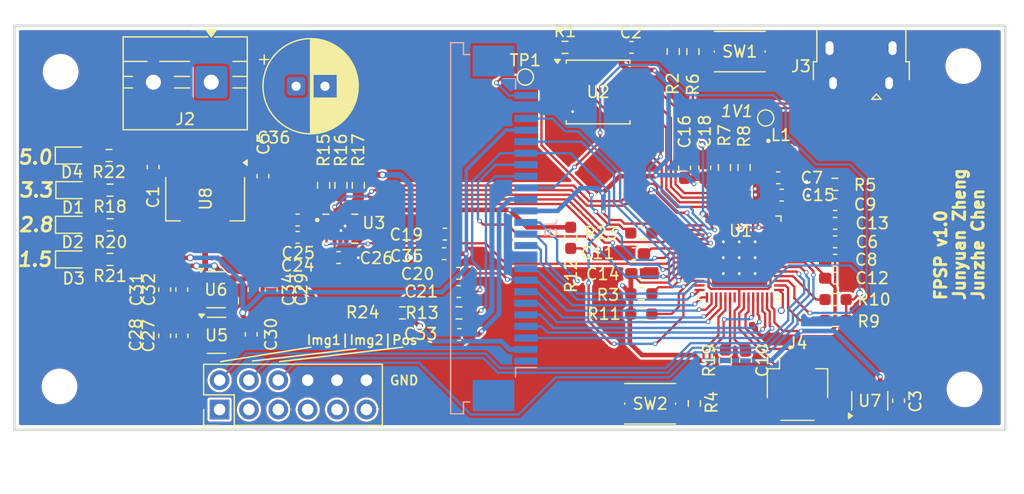
<source format=kicad_pcb>
(kicad_pcb (version 20241229) (generator "pcbnew") (generator_version "9.0")
  (layers (0 "F.Cu" signal) (4 "In1.Cu" signal) (6 "In2.Cu" signal) (2 "B.Cu" signal) (13 "F.Paste" user) (15 "B.Paste" user) (5 "F.SilkS" user "F.Silkscreen") (7 "B.SilkS" user "B.Silkscreen") (1 "F.Mask" user) (3 "B.Mask" user) (25 "Edge.Cuts" user))
  (net 0 "")
  (net 1 "+3.3V")
  (net 2 "+5V")
  (net 3 "+1V1")
  (net 4 "/MCU/VREG_AVDD_1")
  (net 5 "PCLK_1")
  (net 6 "~{RESET_1}")
  (net 7 "+1V5")
  (net 8 "+2V8")
  (net 9 "Net-(D1-A)")
  (net 10 "Net-(D2-A)")
  (net 11 "Net-(D3-A)")
  (net 12 "Net-(D4-A)")
  (net 13 "SWCLK_1")
  (net 14 "SWD_1")
  (net 15 "DATA7_1")
  (net 16 "VSYNC_1")
  (net 17 "/IOs/PWDN_1")
  (net 18 "DATA1_1")
  (net 19 "SCL_cam_1")
  (net 20 "DATA4_1")
  (net 21 "DATA6_1")
  (net 22 "DATA8_1")
  (net 23 "HSYNC_1")
  (net 24 "DATA5_1")
  (net 25 "/IOs/XCLK")
  (net 26 "DATA2_1")
  (net 27 "/IOs/DATA0_1")
  (net 28 "DATA3_1")
  (net 29 "SDA_cam_1")
  (net 30 "DATA9_1")
  (net 31 "Net-(J5-Pin_24)")
  (net 34 "POSITION_OUT_1")
  (net 36 "IMAGE_OUT_1_1")
  (net 39 "IMAGE_OUT_2_1")
  (net 41 "/MCU/VREG_LX_1")
  (net 42 "/MCU/FLASH_SS_1")
  (net 43 "/MCU/QSPI_SS_1")
  (net 44 "Net-(R4-Pad1)")
  (net 45 "/MCU/~{USB_BOOT_1}")
  (net 46 "Net-(U1-USB_DP)")
  (net 47 "/MCU/USB_D1+")
  (net 48 "/MCU/USB_D1-")
  (net 49 "Net-(U1-USB_DM)")
  (net 50 "SDO_imu_1")
  (net 51 "SDA_imu_1")
  (net 52 "SCL_imu_1")
  (net 53 "Net-(U1-XIN)")
  (net 54 "/MCU/XIN_mem1")
  (net 55 "/MCU/GPIO0_1")
  (net 56 "/MCU/RUN_1")
  (net 57 "/MCU/QSPI_SD0_1")
  (net 58 "/MCU/QSPI_SCLK_1")
  (net 60 "INT_XCLK")
  (net 61 "INT1_1")
  (net 63 "/MCU/QSPI_SD2_1")
  (net 64 "INT2_1")
  (net 65 "/MCU/QSPI_SD3_1")
  (net 66 "EXT_XCLK_1")
  (net 67 "/MCU/QSPI_SD1_1")
  (net 68 "CS_1")
  (net 80 "GND")
  (footprint "Capacitor_SMD:C_0603_1608Metric_Pad1.08x0.95mm_HandSolder" (layer "F.Cu") (at 56.2 32.275 180)
    (property "Reference" "C35")
    (property "Value" "10u")
  )
  (footprint "RP2350_60QFN_minimal:L_pol_2016" (layer "F.Cu") (at 85.15 23.8)
    (property "Reference" "L1")
    (property "Value" "3.3u")
  )
  (footprint "Capacitor_SMD:C_0603_1608Metric_Pad1.08x0.95mm_HandSolder" (layer "F.Cu") (at 39.747265 35.381644 -90)
    (property "Reference" "C34")
    (property "Value" "10u")
  )
  (footprint "Capacitor_SMD:C_0603_1608Metric_Pad1.08x0.95mm_HandSolder" (layer "F.Cu") (at 90.022265 29.644144)
    (property "Reference" "C13")
    (property "Value" "100n")
  )
  (footprint "TestPoint:TestPoint_Pad_D1.0mm" (layer "F.Cu") (at 63.225 16.975)
    (property "Reference" "TP1")
    (property "Value" "TestPoint")
  )
  (footprint "TerminalBlock:TerminalBlock_MaiXu_MX126-5.0-02P_1x02_P5.00mm" (layer "F.Cu") (at 36.047265 17.419144 180)
    (property "Reference" "J2")
    (property "Value" "Conn_01x02_Pin")
  )
  (footprint "Capacitor_SMD:C_0603_1608Metric_Pad1.08x0.95mm_HandSolder" (layer "F.Cu") (at 78.75 24.82742 90)
    (property "Reference" "C18")
    (property "Value" "100n")
  )
  (footprint "Capacitor_SMD:C_0603_1608Metric_Pad1.08x0.95mm_HandSolder" (layer "F.Cu") (at 33.497265 35.381644 -90)
    (property "Reference" "C32")
    (property "Value" "10u")
  )
  (footprint "Capacitor_SMD:C_0603_1608Metric_Pad1.08x0.95mm_HandSolder" (layer "F.Cu") (at 57.4625 35.55 180)
    (property "Reference" "C21")
    (property "Value" "0.1u")
  )
  (footprint "Capacitor_SMD:C_0603_1608Metric_Pad1.08x0.95mm_HandSolder" (layer "F.Cu") (at 73.259765 33.988882)
    (property "Reference" "C14")
    (property "Value" "100n")
  )
  (footprint "Capacitor_SMD:C_0603_1608Metric_Pad1.08x0.95mm_HandSolder" (layer "F.Cu") (at 41.247265 35.381644 -90)
    (property "Reference" "C29")
    (property "Value" "1u")
  )
  (footprint "Resistor_SMD:R_0603_1608Metric_Pad0.98x0.95mm_HandSolder" (layer "F.Cu") (at 90.072265 36.244144 180)
    (property "Reference" "R10")
    (property "Value" "0R")
  )
  (footprint "Capacitor_SMD:C_0603_1608Metric_Pad1.08x0.95mm_HandSolder" (layer "F.Cu") (at 77 24.83992 90)
    (property "Reference" "C16")
    (property "Value" "100n")
  )
  (footprint "Resistor_SMD:R_0603_1608Metric_Pad0.98x0.95mm_HandSolder" (layer "F.Cu") (at 47.272265 26.356644 -90)
    (property "Reference" "R16")
    (property "Value" "10k")
  )
  (footprint "MountingHole:MountingHole_2.7mm_M2.5" (layer "F.Cu") (at 101.222265 44.019144)
    (property "Reference" "H3" (hide yes))
    (property "Value" "MountingHole")
  )
  (footprint "Capacitor_SMD:C_0603_1608Metric_Pad1.08x0.95mm_HandSolder" (layer "F.Cu") (at 72.409765 14.404144)
    (property "Reference" "C2")
    (property "Value" "100n")
  )
  (footprint "Capacitor_SMD:C_0603_1608Metric_Pad1.08x0.95mm_HandSolder" (layer "F.Cu") (at 33.522265 39.381644 -90)
    (property "Reference" "C27")
    (property "Value" "10u")
  )
  (footprint "Resistor_SMD:R_0603_1608Metric_Pad0.98x0.95mm_HandSolder" (layer "F.Cu") (at 27.292265 32.769144 180)
    (property "Reference" "R21")
    (property "Value" "10k")
  )
  (footprint "Capacitor_SMD:C_0603_1608Metric_Pad1.08x0.95mm_HandSolder" (layer "F.Cu") (at 85.4 27.2)
    (property "Reference" "C15")
    (property "Value" "100n")
  )
  (footprint "Capacitor_SMD:C_0603_1608Metric_Pad1.08x0.95mm_HandSolder" (layer "F.Cu") (at 43.522265 29.356644 180)
    (property "Reference" "C25")
    (property "Value" "10u")
  )
  (footprint "MountingHole:MountingHole_2.7mm_M2.5" (layer "F.Cu") (at 101.122265 16.019144)
    (property "Reference" "H2" (hide yes))
    (property "Value" "MountingHole")
  )
  (footprint "RP2350_60QFN_minimal:RP2350-QFN-60-1EP_7x7_P0.4mm_EP3.4x3.4mm_ThermalVias" (layer "F.Cu") (at 81.734765 32.619144)
    (property "Reference" "U1")
    (property "Value" "RP2350_60QFN")
  )
  (footprint "Resistor_SMD:R_0603_1608Metric_Pad0.98x0.95mm_HandSolder" (layer "F.Cu") (at 27.204765 23.769144 180)
    (property "Reference" "R22")
    (property "Value" "10k")
  )
  (footprint "Diode_SMD:D_0603_1608Metric" (layer "F.Cu") (at 24.062265 29.769144)
    (property "Reference" "D2")
    (property "Value" "LED")
  )
  (footprint "Capacitor_SMD:C_0603_1608Metric_Pad1.08x0.95mm_HandSolder" (layer "F.Cu") (at 57.5125 39.275 180)
    (property "Reference" "C33")
    (property "Value" "10u")
  )
  (footprint "Capacitor_SMD:C_0603_1608Metric_Pad1.08x0.95mm_HandSolder" (layer "F.Cu") (at 39.509765 39.256644 -90)
    (property "Reference" "C30")
    (property "Value" "10u")
  )
  (footprint "Capacitor_SMD:C_0603_1608Metric_Pad1.08x0.95mm_HandSolder" (layer "F.Cu") (at 47.072265 32.606644)
    (property "Reference" "C26")
    (property "Value" "100n")
  )
  (footprint "Capacitor_SMD:C_0603_1608Metric_Pad1.08x0.95mm_HandSolder" (layer "F.Cu") (at 72.622265 32.269144 180)
    (property "Reference" "C11")
    (property "Value" "100n")
  )
  (footprint "Resistor_SMD:R_0603_1608Metric_Pad0.98x0.95mm_HandSolder" (layer "F.Cu") (at 82.15 24.81492 -90)
    (property "Reference" "R8")
    (property "Value" "27")
  )
  (footprint "Resistor_SMD:R_0603_1608Metric_Pad0.98x0.95mm_HandSolder" (layer "F.Cu") (at 57.4875 37.4 180)
    (property "Reference" "R13")
    (property "Value" "10k")
  )
  (footprint "Resistor_SMD:R_0603_1608Metric_Pad0.98x0.95mm_HandSolder" (layer "F.Cu") (at 66.659765 14.404144 180)
    (property "Reference" "R1")
    (property "Value" "DNF")
  )
  (footprint "Diode_SMD:D_0603_1608Metric" (layer "F.Cu") (at 24.062265 32.769144)
    (property "Reference" "D3")
    (property "Value" "LED")
  )
  (footprint "Resistor_SMD:R_0603_1608Metric_Pad0.98x0.95mm_HandSolder" (layer "F.Cu") (at 80.45 24.81492 -90)
    (property "Reference" "R7")
    (property "Value" "27")
  )
  (footprint "Diode_SMD:D_0603_1608Metric" (layer "F.Cu") (at 24.042265 23.769144)
    (property "Reference" "D4")
    (property "Value" "LED")
  )
  (footprint "Resistor_SMD:R_0603_1608Metric_Pad0.98x0.95mm_HandSolder" (layer "F.Cu") (at 80.524954 41.521489 -90)
    (property "Reference" "R19")
    (property "Value" "DNF")
  )
  (footprint "Capacitor_SMD:C_0603_1608Metric_Pad1.08x0.95mm_HandSolder" (layer "F.Cu") (at 90.022265 28.019144)
    (property "Reference" "C9")
    (property "Value" "4.7u")
  )
  (footprint "Button_Switch_SMD:SW_Push_1P1T_NO_Vertical_Wuerth_434133025816" (layer "F.Cu") (at 74.022265 45.269144 180)
    (property "Reference" "SW2")
    (property "Value" "SW_Push")
  )
  (footprint "Package_TO_SOT_SMD:SOT-223-3_TabPin2" (layer "F.Cu") (at 35.522265 27.519144 -90)
    (property "Reference" "U8")
    (property "Value" "NCP1117-3.3_SOT223")
  )
  (footprint "Capacitor_SMD:C_0603_1608Metric_Pad1.08x0.95mm_HandSolder" (layer "F.Cu") (at 40.522265 25.556644 90)
    (property "Reference" "C5")
    (property "Value" "10u")
  )
  (footprint "Capacitor_SMD:C_0603_1608Metric_Pad1.08x0.95mm_HandSolder" (layer "F.Cu") (at 90.034765 34.394144)
    (property "Reference" "C12")
    (property "Value" "100n")
  )
  (footprint "Capacitor_SMD:C_0603_1608Metric_Pad1.08x0.95mm_HandSolder" (layer "F.Cu") (at 43.522265 30.856644 180)
    (property "Reference" "C24")
    (property "Value" "100n")
  )
  (footprint "Connector_PinHeader_2.54mm:PinHeader_2x06_P2.54mm_Vertical" (layer "F.Cu") (at 36.772265 45.769144 90)
    (property "Reference" "J6" (hide yes))
    (property "Value" "Conn_02x06_Odd_Even")
  )
  (footprint "Resistor_SMD:R_0603_1608Metric_Pad0.98x0.95mm_HandSolder" (layer "F.Cu") (at 73.259765 37.488882)
    (property "Reference" "R11")
    (property "Value" "10k")
  )
  (footprint "Resistor_SMD:R_0603_1608Metric_Pad0.98x0.95mm_HandSolder" (layer "F.Cu") (at 76.022265 14.769144 -90)
    (property "Reference" "R2")
    (property "Value" "0")
  )
  (footprint "Connector_JST:JST_SH_SM03B-SRSS-TB_1x03-1MP_P1.00mm_Horizontal" (layer "F.Cu") (at 86.772265 44.019144)
    (property "Reference" "J4")
    (property "Value" "SM03B-SRSS-TB")
  )
  (footprint "Resistor_SMD:R_0603_1608Metric_Pad0.98x0.95mm_HandSolder" (layer "F.Cu") (at 27.292265 26.769144 180)
    (property "Reference" "R18")
    (property "Value" "10k")
  )
  (footprint "Capacitor_SMD:C_0603_1608Metric_Pad1.08x0.95mm_HandSolder" (layer "F.Cu") (at 85.1 25.7)
    (property "Reference" "C7")
    (property "Value" "4.7u")
  )
  (footprint "Capacitor_SMD:C_0603_1608Metric_Pad1.08x0.95mm_HandSolder" (layer "F.Cu") (at 32.022265 39.381644 -90)
    (property "Reference" "C28")
    (property "Value" "10u")
  )
  (footprint "Capacitor_SMD:C_0603_1608Metric_Pad1.08x0.95mm_HandSolder" (layer "F.Cu") (at 56.2625 30.575 180)
    (property "Reference" "C19")
    (property "Value" "10u")
  )
  (footprint "Resistor_SMD:R_0603_1608Metric_Pad0.98x0.95mm_HandSolder" (layer "F.Cu") (at 73.259765 35.738882)
    (property "Reference" "R3")
    (property "Value" "10k")
  )
  (footprint "Resistor_SMD:R_0603_1608Metric_Pad0.98x0.95mm_HandSolder" (layer "F.Cu") (at 27.292265 29.769144 180)
    (property "Reference" "R20")
    (property "Value" "10k")
  )
  (footprint "RP2350_60QFN_minimal:USB_Micro-B_Amphenol_10103594-0001LF_Horizontal_modified" (layer "F.Cu") (at 92.272265 14.469144 180)
    (property "Reference" "J3")
    (property "Value" "USB_B_Micro")
  )
  (footprint "MountingHole:MountingHole_2.7mm_M2.5" (layer "F.Cu") (at 23.022265 16.519144 180)
    (property "Reference" "H1" (hide yes))
    (property "Value" "MountingHole")
  )
  (footprint "Capacitor_SMD:C_0603_1608Metric_Pad1.08x0.95mm_HandSolder" (layer "F.Cu") (at 57.4375 33.975 180)
    (property "Reference" "C20")
    (property "Value" "22pF")
  )
  (footprint "TestPoint:TestPoint_Pad_D1.0mm" (layer "F.Cu") (at 84.022265 20.519144 90)
    (property "Reference" "TP2" (hide yes))
    (property "Value" "TestPoint")
  )
  (footprint "Package_TO_SOT_SMD:SOT-23-5" (layer "F.Cu") (at 36.459765 35.394144)
    (property "Reference" "U6")
    (property "Value" "TLV74315_SOT23-5")
  )
  (footprint "Package_SO:SOIC-8_5.3x5.3mm_P1.27mm" (layer "F.Cu") (at 69.522265 18.269144)
    (property "Reference" "U2")
    (property "Value" "W25Q128JVS")
  )
  (footprint "Resistor_SMD:R_0603_1608Metric_Pad0.98x0.95mm_HandSolder" (layer "F.Cu") (at 90.072265 38.044144)
    (property "Reference" "R9")
    (property "Value" "0R")
  )
  (footprint "Resistor_SMD:R_0603_1608Metric_Pad0.98x0.95mm_HandSolder" (layer "F.Cu") (at 77.722265 14.769144 90)
    (property "Reference" "R6")
    (property "Value" "1k")
  )
  (footprint "Capacitor_SMD:C_0603_1608Metric_Pad1.08x0.95mm_HandSolder" (layer "F.Cu") (at 82.274954 41.521489 -90)
    (property "Reference" "C10")
    (property "Value" "4.7u")
  )
  (footprint "Button_Switch_SMD:SW_Push_1P1T_NO_Vertical_Wuerth_434133025816" (layer "F.Cu") (at 81.772265 14.769144)
    (property "Reference" "SW1")
    (property "Value" "SW_Push")
  )
  (footprint "MountingHole:MountingHole_2.7mm_M2.5" (layer "F.Cu") (at 22.922265 43.769144)
    (property "Reference" "H4" (hide yes))
    (property "Value" "MountingHole")
  )
  (footprint "Capacitor_SMD:C_0603_1608Metric_Pad1.08x0.95mm_HandSolder" (layer "F.Cu") (at 90.022265 31.244144)
    (property "Reference" "C6")
    (property "Value" "4.7u")
  )
  (footprint "Resistor_SMD:R_0603_1608Metric_Pad0.98x0.95mm_HandSolder" (layer "F.Cu") (at 52.5875 37.4)
    (property "Reference" "R24")
    (property "Value" "0R")
  )
  (footprint "Resistor_SMD:R_0603_1608Metric_Pad0.98x0.95mm_HandSolder" (layer "F.Cu") (at 48.772265 26.356644 -90)
    (property "Reference" "R17")
    (property "Value" "10k")
  )
  (footprint "Capacitor_SMD:C_0603_1608Metric_Pad1.08x0.95mm_HandSolder" (layer "F.Cu") (at 32.022265 35.381644 -90)
    (property "Reference" "C31")
    (property "Value" "10u")
  )
  (footprint "Resistor_SMD:R_0603_1608Metric_Pad0.98x0.95mm_HandSolder" (layer "F.Cu") (at 90.009765 26.269144 180)
    (property "Reference" "R5")
    (property "Value" "33")
  )
  (footprint "ASM330LHHXTR:XDCR_ASM330LHHXTR" (layer "F.Cu") (at 47.222265 30.106644)
    (property "Reference" "U3")
    (property "Value" "ASM330LHHXTR")
  )
  (footprint "Package_TO_SOT_SMD:SOT-23-5" (layer "F.Cu") (at 36.509765 39.344144)
    (property "Reference" "U5")
    (property "Value" "TLV74328_SOT23-5")
  )
  (footprint "Resistor_SMD:R_0603_1608Metric_Pad0.98x0.95mm_HandSolder" (layer "F.Cu") (at 45.772265 26.356644 -90)
    (property "Reference" "R15")
    (property "Value" "10k")
  )
  (footprint "Package_TO_SOT_SMD:SOT-23-5" (layer "F.Cu") (at 93.022265 45.019144 90)
    (property "Reference" "U7")
    (property "Value" "SiT2001B")
  )
  (footprint "Capacitor_SMD:C_0603_1608Metric_Pad1.08x0.95mm_HandSolder" (layer "F.Cu") (at 95.522265 45.006644 90)
    (property "Reference" "C3")
    (property "Value" "100u")
  )
  (footprint "Capacitor_THT:CP_Radial_D8.0mm_P2.50mm" (layer "F.Cu") (at 43.394614 17.769144)
    (property "Reference" "C36")
    (property "Value" "10u")
  )
  (footprint "Resistor_SMD:R_0603_1608Metric_Pad0.98x0.95mm_HandSolder" (layer "F.Cu") (at 67.15 30.9 -90)
    (property "Reference" "R12")
    (property "Value" "10k")
  )
  (footprint "Resistor_SMD:R_0603_1608Metric_Pad0.98x0.95mm_HandSolder" (layer "F.Cu") (at 73.259765 30.488882)
    (property "Reference" "R23")
    (property "Value" "DNF")
  )
  (footprint "Capacitor_SMD:C_0603_1608Metric_Pad1.08x0.95mm_HandSolder" (layer "F.Cu") (at 90.022265 32.844144)
    (property "Reference" "C8")
    (property "Value" "100n")
  )
  (footprint "Capacitor_SMD:C_0603_1608Metric_Pad1.08x0.95mm_HandSolder" (layer "F.Cu") (at 31.022265 24.769144 -90)
    (property "Reference" "C1")
    (property "Value" "10u")
  )
  (footprint "Diode_SMD:D_0603_1608Metric" (layer "F.Cu") (at 24.092265 26.769144)
    (property "Reference" "D1")
    (property "Value" "LED")
  )
  (footprint "Resistor_SMD:R_0603_1608Metric_Pad0.98x0.95mm_HandSolder" (layer "F.Cu") (at 77.847265 45.244144 90)
    (property "Reference" "R4")
    (property "Value" "1k")
  )
  (footprint "Connector_FFC-FPC:TE_2-84952-4_1x24-1MP_P1.0mm_Horizontal" (layer "B.Cu") (at 61.472265 30.069144 90)
    (property "Reference" "J5")
    (property "Value" "Conn_01x24_Socket" (hide yes))
  )
  (gr_line (start 48.572265 40.519144) (end 39.622265 41.569144) (stroke (width 0.13)) (layer "F.SilkS"))
  (gr_line (start 52.622265 40.369144) (end 41.972265 41.619144) (stroke (width 0.13)) (layer "F.SilkS"))
  (gr_line (start 44.672265 40.369144) (end 36.872265 41.619144) (stroke (width 0.13)) (layer "F.SilkS"))
  (gr_rect (start 19.022265 12.519144) (end 104.746265 47.519144) (stroke (width 0.2)) (fill no) (layer "Edge.Cuts"))
  (gr_text "Img1|Img2|Pos" (at 44.222265 40.219144 0) (layer "F.SilkS") (effects (font (size 0.8 0.8) (thickness 0.15) (bold yes)) (justify left bottom)))
  (gr_text "1.5" (at 19.202265 33.469144 0) (layer "F.SilkS") (effects (font (size 1.2 1.2) (thickness 0.24) (bold yes) (italic yes)) (justify left bottom)))
  (gr_text "GND" (at 51.422265 43.719144 0) (layer "F.SilkS") (effects (font (size 0.8 0.8) (thickness 0.15) (bold yes)) (justify left bottom)))
  (gr_text "1V1" (at 80.022265 20.519144 0) (layer "F.SilkS") (effects (font (size 1 1) (thickness 0.15) (italic yes)) (justify left bottom)))
  (gr_text "FPSP v1.0\nJunyuan Zheng\nJunzhe Chen\n" (at 102.972265 36.419144 90) (layer "F.SilkS") (effects (font (size 1 1) (thickness 0.25) (bold yes)) (justify left bottom)))
  (gr_text "3.3" (at 19.302265 27.469144 0) (layer "F.SilkS") (effects (font (size 1.2 1.2) (thickness 0.24) (bold yes) (italic yes)) (justify left bottom)))
  (gr_text "5.0" (at 19.222265 24.619144 0) (layer "F.SilkS") (effects (font (size 1.2 1.2) (thickness 0.24) (bold yes) (italic yes)) (justify left bottom)))
  (gr_text "2.8" (at 19.302265 30.469144 0) (layer "F.SilkS") (effects (font (size 1.2 1.2) (thickness 0.24) (bold yes) (italic yes)) (justify left bottom)))
  (segment (start 85.172265 29.819144) (end 88.984765 29.819144) (width 0.2) (layer "F.Cu") (net 1))
  (segment (start 46.209765 32.606644) (end 47.097265 31.719144) (width 0.4) (layer "F.Cu") (net 1))
  (segment (start 84.172265 30.019144) (end 84.622265 30.019144) (width 0.2) (layer "F.Cu") (net 1))
  (segment (start 48.286765 31.719144) (end 48.298265 31.707644) (width 0.4) (layer "F.Cu") (net 1))
  (segment (start 35.322265 34.444144) (end 35.984764 34.444144) (width 0.4) (layer "F.Cu") (net 1))
  (segment (start 44.097265 25.444144) (end 45.772265 25.444144) (width 1) (layer "F.Cu") (net 1))
  (segment (start 85.172265 32.619144) (end 87.572265 32.619144) (width 0.2) (layer "F.Cu") (net 1))
  (segment (start 87.572265 32.619144) (end 89.172265 34.219144) (width 0.2) (layer "F.Cu") (net 1))
  (segment (start 47.097265 31.719144) (end 48.286765 31.719144) (width 0.4) (layer "F.Cu") (net 1))
  (segment (start 77.853121 41.05) (end 73.3125 41.05) (width 0.4) (layer "F.Cu") (net 1))
  (segment (start 90.022265 27.319144) (end 90.022265 27.169144) (width 0.2) (layer "F.Cu") (net 1))
  (segment (start 84.622265 30.019144) (end 83.434765 30.019144) (width 0.2) (layer "F.Cu") (net 1))
  (segment (start 79.933766 37.766479) (end 79.933766 39.340543) (width 0.2) (layer "F.Cu") (net 1))
  (segment (start 80.172265 26.619144) (end 78.957297 26.619144) (width 0.2) (layer "F.Cu") (net 1))
  (segment (start 84.622265 30.007324) (end 84.622265 30.019144) (width 0.2) (layer "F.Cu") (net 1))
  (segment (start 35.247265 34.519144) (end 35.322265 34.444144) (width 0.5) (layer "F.Cu") (net 1))
  (segment (start 71.371265 25.569144) (end 74.428593 25.569144) (width 0.4) (layer "F.Cu") (net 1))
  (segment (start 71.622265 35.019144) (end 71.627527 35.019144) (width 0.4) (layer "F.Cu") (net 1))
  (segment (start 35.522265 29.281644) (end 35.522265 34.244144) (width 0.5) (layer "F.Cu") (net 1))
  (segment (start 69.907705 27.032705) (end 71.371265 25.569144) (width 0.4) (layer "F.Cu") (net 1))
  (segment (start 40.522265 26.419144) (end 34.622265 26.419144) (width 0.5) (layer "F.Cu") (net 1))
  (segment (start 36.435765 35.893143) (end 35.984764 36.344144) (width 0.4) (layer "F.Cu") (net 1))
  (segment (start 73.183383 34.775) (end 72.397265 33.988882) (width 0.2) (layer "F.Cu") (net 1))
  (segment (start 44.884765 29.856644) (end 46.059765 29.856644) (width 0.2) (layer "F.Cu") (net 1))
  (segment (start 89.672265 38.969144) (end 90.022265 38.619144) (width 0.3) (layer "F.Cu") (net 1))
  (segment (start 69.979371 28.75915) (end 70.576705 29.356484) (width 0.2) (layer "F.Cu") (net 1))
  (segment (start 89.159765 31.244144) (end 89.159765 30.319144) (width 0.2) (layer "F.Cu") (net 1))
  (segment (start 48.298265 31.707644) (end 48.342286 31.707644) (width 0.4) (layer "F.Cu") (net 1))
  (segment (start 81.672265 29.869144) (end 81.822265 30.019144) (width 0.2) (layer "F.Cu") (net 1))
  (segment (start 72.072265 16.369144) (end 71.547265 15.844144) (width 0.5) (layer "F.Cu") (net 1))
  (segment (start 90.022265 32.619144) (end 90.022265 27.319144) (width 0.2) (layer "F.Cu") (net 1))
  (segment (start 46.722265 31.019144) (end 46.722265 32.094144) (width 0.2) (layer "F.Cu") (net 1))
  (segment (start 61.875 28.474144) (end 60.977265 28.474144) (width 0.4) (layer "F.Cu") (net 1))
  (segment (start 46.722265 30.069144) (end 46.509765 29.856644) (width 0.2) (layer "F.Cu") (net 1))
  (segment (start 77.872265 25.719144) (end 77.016724 25.719144) (width 0.5) (layer "F.Cu") (net 1))
  (segment (start 32.022265 38.519144) (end 33.522265 38.519144) (width 0.5) (layer "F.Cu") (net 1))
  (segment (start 71.476705 29.356484) (end 71.789365 29.669144) (width 0.2) (layer "F.Cu") (net 1))
  (segment (start 89.059765 30.219144) (end 85.172265 30.219144) (width 0.2) (layer "F.Cu") (net 1))
  (segment (start 79.933766 39.340543) (end 78.643711 40.630598) (width 0.2) (layer "F.Cu") (net 1))
  (segment (start 67.572265 14.404144) (end 71.547265 14.404144) (width 0.5) (layer "F.Cu") (net 1))
  (segment (start 95.522265 44.144144) (end 94.234765 44.144144) (width 0.5) (layer "F.Cu") (net 1))
  (segment (start 88.984765 29.819144) (end 89.159765 29.644144) (width 0.2) (layer "F.Cu") (net 1))
  (segment (start 48.298265 31.707644) (end 48.384765 31.621144) (width 0.4) (layer "F.Cu") (net 1))
  (segment (start 84.771765 30.219144) (end 85.172265 30.219144) (width 0.2) (layer "F.Cu") (net 1))
  (segment (start 93.922265 43.831644) (end 93.972265 43.881644) (width 0.4) (layer "F.Cu") (net 1))
  (segment (start 67.15 29.9875) (end 63.388356 29.9875) (width 0.4) (layer "F.Cu") (net 1))
  (segment (start 70.576705 29.356484) (end 71.476705 29.356484) (width 0.2) (layer "F.Cu") (net 1))
  (segment (start 55.825 28.474144) (end 57.122265 28.474144) (width 0.4) (layer "F.Cu") (net 1))
  (segment (start 90.022265 35.244144) (end 89.172265 34.394144) (width 0.2) (layer "F.Cu") (net 1))
  (segment (start 74.428593 25.569144) (end 74.522265 25.475472) (width 0.4) (layer "F.Cu") (net 1))
  (segment (start 81.334765 29.181644) (end 81.334765 27.781644) (width 0.2) (layer "F.Cu") (net 1))
  (segment (start 72.347265 35.738882) (end 72.347265 34.038882) (width 0.4) (layer "F.Cu") (net 1))
  (segment (start 41.072265 26.419144) (end 43.122265 26.419144) (width 1) (layer "F.Cu") (net 1))
  (segment (start 73.109765 16.364144) (end 73.104765 16.369144) (width 0.5) (layer "F.Cu") (net 1))
  (segment (start 36.435765 37.221644) (end 36.435765 39.893143) (width 0.4) (layer "F.Cu") (net 1))
  (segment (start 78.957297 26.619144) (end 78.772265 26.434112) (width 0.2) (layer "F.Cu") (net 1))
  (segment (start 84.810445 29.819144) (end 84.622265 30.007324) (width 0.2) (layer "F.Cu") (net 1))
  (segment (start 76.580856 33.819144) (end 75.625 34.775) (width 0.2) (layer "F.Cu") (net 1))
  (segment (start 34.622265 26.419144) (end 34.272265 26.769144) (width 0.4) (layer "F.Cu") (net 1))
  (segment (start 90.022265 32.619144) (end 90.022265 32.106644) (width 0.2) (layer "F.Cu") (net 1))
  (segment (start 83.334765 29.919144) (end 83.434765 30.019144) (width 0.2) (layer "F.Cu") (net 1))
  (segment (start 89.172265 34.219144) (end 89.172265 34.394144) (width 0.2) (layer "F.Cu") (net 1))
  (segment (start 78.356463 25.719144) (end 77.872265 25.719144) (width 0.5) (layer "F.Cu") (net 1))
  (segment (start 78.643711 41.54059) (end 78.343711 41.54059) (width 0.4) (layer "F.Cu") (net 1))
  (segment (start 35.984764 36.344144) (end 35.322265 36.344144) (width 0.4) (layer "F.Cu") (net 1))
  (segment (start 72.2625 37.573647) (end 72.347265 37.488882) (width 0.4) (layer "F.Cu") (net 1))
  (segment (start 44.384765 29.356644) (end 44.884765 29.856644) (width 0.2) (layer "F.Cu") (net 1))
  (segment (start 84.622265 30.019144) (end 84.622265 30.069644) (width 0.2) (layer "F.Cu") (net 1))
  (segment (start 84.534765 36.881644) (end 84.534765 36.056644) (width 0.2) (layer "F.Cu") (net 1))
  (segment (start 84.771265 37.118144) (end 84.534765 36.881644) (width 0.2) (layer "F.Cu") (net 1))
  (segment (start 35.247265 38.519144) (end 35.372265 38.394144) (width 0.5) (layer "F.Cu") (net 1))
  (segment (start 81.334765 29.181644) (end 81.334765 29.681644) (width 0.2) (layer "F.Cu") (net 1))
  (segment (start 43.122265 26.419144) (end 44.097265 25.444144) (width 1) (layer "F.Cu") (net 1))
  (segment (start 51.575786 28.474144) (end 55.825 28.474144) (width 0.4) (layer "F.Cu") (net 1))
  (segment (start 81.734765 29.931644) (end 81.734765 29.181644) (width 0.2) (layer "F.Cu") (net 1))
  (segment (start 36.435765 37.221644) (end 36.435765 35.731644) (width 0.4) (layer "F.Cu") (net 1))
  (segment (start 46.722265 31.019144) (end 46.722265 30.454644) (width 0.2) (layer "F.Cu") (net 1))
  (segment (start 46.509765 29.856644) (end 46.059765 29.856644) (width 0.2) (layer "F.Cu") (net 1))
  (segment (start 90.022265 27.169144) (end 90.922265 26.269144) (width 0.2) (layer "F.Cu") (net 1))
  (segment (start 81.734765 29.181644) (end 81.734765 28.181644) (width 0.2) (layer "F.Cu") (net 1))
  (segment (start 75.722265 29.819144) (end 78.297265 29.819144) (width 0.2) (layer "F.Cu") (net 1))
  (segment (start 89.159765 30.319144) (end 89.059765 30.219144) (width 0.2) (layer "F.Cu") (net 1))
  (segment (start 33.522265 38.519144) (end 35.247265 38.519144) (width 0.5) (layer "F.Cu") (net 1))
  (segment (start 81.734765 28.181644) (end 80.172265 26.619144) (width 0.2) (layer "F.Cu") (net 1))
  (segment (start 28.204765 26.769144) (end 34.272265 26.769144) (width 0.4) (layer "F.Cu") (net 1))
  (segment (start 44.884765 30.356644) (end 46.059765 30.356644) (width 0.2) (layer "F.Cu") (net 1))
  (segment (start 34.272265 26.769144) (end 35.522265 25.519144) (width 0.4) (layer "F.Cu") (net 1))
  (segment (start 93.922265 42.919144) (end 93.922265 43.831644) (width 0.4) (layer "F.Cu") (net 1))
  (segment (start 75.625 34.775) (end 73.183383 34.775) (width 0.2) (layer "F.Cu") (net 1))
  (segment (start 81.822265 30.019144) (end 81.734765 29.931644) (width 0.2) (layer "F.Cu") (net 1))
  (segment (start 81.334765 29.681644) (end 81.522265 29.869144) (width 0.2) (layer "F.Cu") (net 1))
  (segment (start 74.422265 16.419144) (end 74.367265 16.364144) (width 0.4) (layer "F.Cu") (net 1))
  (segment (start 75.572265 29.669144) (end 75.722265 29.819144) (width 0.2) (layer "F.Cu") (net 1))
  (segment (start 44.384765 27.031644) (end 44.384765 29.356644) (width 1) (layer "F.Cu") (net 1))
  (segment (start 40.522265 26.419144) (end 41.072265 26.419144) (width 1) (layer "F.Cu") (net 1))
  (segment (start 46.722265 32.094144) (end 46.209765 32.606644) (width 0.2) (layer "F.Cu") (net 1))
  (segment (start 87.072265 38.969144) (end 85.522265 38.969144) (width 0.2) (layer "F.Cu") (net 1))
  (segment (start 53.3 32.6) (end 53.3 35.775) (width 0.5) (layer "F.Cu") (net 1))
  (segment (start 78.297265 33.819144) (end 76.580856 33.819144) (width 0.2) (layer "F.Cu") (net 1))
  (segment (start 71.627527 35.019144) (end 72.347265 35.738882) (width 0.4) (layer "F.Cu") (net 1))
  (segment (start 77.822265 26.219144) (end 77.822265 25.769144) (width 0.2) (layer "F.Cu") (net 1))
  (segment (start 69.979371 28.619144) (end 69.979371 28.75915) (width 0.2) (layer "F.Cu") (net 1))
  (segment (start 73.3125 41.05) (end 72.2625 40) (width 0.4) (layer "F.Cu") (net 1))
  (segment (start 80.534765 37.16548) (end 79.933766 37.766479) (width 0.2) (layer "F.Cu") (net 1))
  (segment (start 48.342286 31.707644) (end 51.575786 28.474144) (width 0.4) (layer "F.Cu") (net 1))
  (segment (start 38.822265 26.869144) (end 39.272265 26.419144) (width 1) (layer "F.Cu") (net 1))
  (segment (start 90.022265 25.93851) (end 89.576899 25.493144) (width 0.2) (layer "F.Cu") (net 1))
  (segment (start 72.347265 35.738882) (end 72.372265 35.738882) (width 0.5) (layer "F.Cu") (net 1))
  (segment (start 63.388356 29.9875) (end 61.875 28.474144) (width 0.4) (layer "F.Cu") (net 1))
  (segment (start 35.984764 34.444144) (end 36.435765 34.895145) (width 0.4) (layer "F.Cu") (net 1))
  (segment (start 78.343711 41.54059) (end 77.853121 41.05) (width 0.4) (layer "F.Cu") (net 1))
  (segment (start 36.034764 40.294144) (end 35.372265 40.294144) (width 0.4) (layer "F.Cu") (net 1))
  (segment (start 78.772265 25.719144) (end 78.356463 25.719144) (width 0.2) (layer "F.Cu") (net 1))
  (segment (start 71.789365 29.669144) (end 75.572265 29.669144) (width 0.2) (layer "F.Cu") (net 1))
  (segment (start 81.522265 29.869144) (end 81.672265 29.869144) (width 0.2) (layer "F.Cu") (net 1))
  (segment (start 46.722265 30.454644) (end 46.624265 30.356644) (width 0.2) (layer "F.Cu") (net 1))
  (segment (start 44.384765 30.856644) (end 44.884765 30.356644) (width 0.2) (layer "F.Cu") (net 1))
  (segment (start 48.384765 31.621144) (end 48.384765 30.932644) (width 0.4) (layer "F.Cu") (net 1))
  (segment (start 53.3 35.775) (end 51.675 37.4) (width 0.5) (layer "F.Cu") (net 1))
  (segment (start 72.347265 37.488882) (end 72.347265 35.738882) (width 0.4) (layer "F.Cu") (net 1))
  (segment (start 57.125 30.575) (end 57.125 29.774144) (width 0.4) (layer "F.Cu") (net 1))
  (segment (start 90.022265 38.619144) (end 90.022265 35.244144) (width 0.3) (layer "F.Cu") (net 1))
  (segment (start 72.347265 34.038882) (end 72.397265 33.988882) (width 0.4) (layer "F.Cu") (net 1))
  (segment (start 95.259765 43.881644) (end 95.522265 44.144144) (width 0.5) (layer "F.Cu") (net 1))
  (segment (start 81.334765 27.781644) (end 80.172265 26.619144) (width 0.2) (layer "F.Cu") (net 1))
  (segment (start 78.643711 40.630598) (end 78.643711 41.54059) (width 0.2) (layer "F.Cu") (net 1))
  (segment (start 74.367265 16.364144) (end 73.109765 16.364144) (width 0.4) (layer "F.Cu") (net 1))
  (segment (start 84.771265 38.218144) (end 84.771265 37.118144) (width 0.2) (layer "F.Cu") (net 1))
  (segment (start 90.022265 27.319144) (end 90.022265 25.93851) (width 0.2) (layer "F.Cu") (net 1))
  (segment (start 36.435765 37.330644) (end 35.372265 38.394144) (width 0.4) (layer "F.Cu") (net 1))
  (segment (start 57.125 29.774144) (end 55.825 28.474144) (width 0.4) (layer "F.Cu") (net 1))
  (segment (start 89.159765 31.244144) (end 89.159765 29.644144) (width 0.5) (layer "F.Cu") (net 1))
  (segment (start 80.534765 36.056644) (end 80.534765 37.16548) (width 0.2) (layer "F.Cu") (net 1))
  (segment (start 46.722265 30.454644) (end 46.722265 30.069144) (width 0.2) (layer "F.Cu") (net 1))
  (segment (start 45.772265 25.444144) (end 47.272265 25.444144) (width 1) (layer "F.Cu") (net 1))
  (segment (start 43.772265 26.419144) (end 44.384765 27.031644) (width 1) (layer "F.Cu") (net 1))
  (segment (start 84.622265 30.069644) (end 84.771765 30.219144) (width 0.2) (layer "F.Cu") (net 1))
  (segment (start 36.435765 39.893143) (end 36.034764 40.294144) (width 0.4) (layer "F.Cu") (net 1))
  (segment (start 36.435765 35.731644) (end 36.435765 35.893143) (width 0.4) (layer "F.Cu") (net 1))
  (segment (start 87.072265 38.969144) (end 89.672265 38.969144) (width 0.3) (layer "F.Cu") (net 1))
  (segment (start 32.022265 34.519144) (end 33.497265 34.519144) (width 0.5) (layer "F.Cu") (net 1))
  (segment (start 90.022265 32.106644) (end 89.159765 31.244144) (width 0.2) (layer "F.Cu") (net 1))
  (segment (start 36.435765 34.895145) (end 36.435765 36.541644) (width 0.4) (layer "F.Cu") (net 1))
  (segment (start 85.522265 38.969144) (end 84.771265 38.218144) (width 0.2) (layer "F.Cu") (net 1))
  (segment (start 57.122265 28.474144) (end 61.875 28.474144) (width 0.4) (layer "F.Cu") (net 1))
  (segment (start 33.497265 34.519144) (end 35.247265 34.519144) (width 0.5) (layer "F.Cu") (net 1))
  (segment (start 89.576899 25.493144) (end 89.522265 25.493144) (width 0.2) (layer "F.Cu") (net 1))
  (segment (start 45.772265 25.444144) (end 48.772265 25.444144) (width 0.5) (layer "F.Cu") (net 1))
  (segment (start 36.435765 37.221644) (end 36.435765 37.330644) (width 0.4) (layer "F.Cu") (net 1))
  (segment (start 48.772265 25.444144) (end 50.869144 25.444144) (width 0.5) (layer "F.Cu") (net 1))
  (segment (start 90.022265 35.244144) (end 90.022265 32.619144) (width 0.2) (layer "F.Cu") (net 1))
  (segment (start 78.772265 26.434112) (end 78.772265 25.719144) (width 0.2) (layer "F.Cu") (net 1))
  (segment (start 47.272265 25.444144) (end 48.772265 25.444144) (width 1) (layer "F.Cu") (net 1))
  (segment (start 72.2625 40) (end 72.2625 37.573647) (width 0.4) (layer "F.Cu") (net 1))
  (segment (start 94.234765 44.144144) (end 93.972265 43.881644) (width 0.5) (layer "F.Cu") (net 1))
  (segment (start 41.072265 26.419144) (end 39.272265 26.419144) (width 1) (layer "F.Cu") (net 1))
  (segment (start 43.122265 26.419144) (end 43.772265 26.419144) (width 1) (layer "F.Cu") (net 1))
  (segment (start 83.334765 29.181644) (end 83.334765 29.919144) (width 0.2) (layer "F.Cu") (net 1))
  (segment (start 77.822265 25.769144) (end 77.872265 25.719144) (width 0.2) (layer "F.Cu") (net 1))
  (segment (start 35.522265 25.519144) (end 35.522265 24.369144) (width 0.4) (layer "F.Cu") (net 1))
  (segment (start 35.522265 34.244144) (end 35.322265 34.444144) (width 0.5) (layer "F.Cu") (net 1))
  (segment (start 85.172265 29.819144) (end 84.810445 29.819144) (width 0.2) (layer "F.Cu") (net 1))
  (segment (start 71.547265 15.844144) (end 71.547265 14.404144) (width 0.5) (layer "F.Cu") (net 1))
  (segment (start 73.104765 16.369144) (end 72.072265 16.369144) (width 0.5) (layer "F.Cu") (net 1))
  (segment (start 77.016724 25.719144) (end 77 25.70242) (width 0.2) (layer "F.Cu") (net 1))
  (segment (start 46.624265 30.356644) (end 46.059765 30.356644) (width 0.2) (layer "F.Cu") (net 1))
  (via (at 61.875 28.474144) (size 0.4) (drill 0.25) (layers "F.Cu" "B.Cu") (net 1))
  (via (at 53.3 32.6) (size 0.6) (drill 0.4) (layers "F.Cu" "B.Cu") (net 1))
  (via (at 81.822265 30.019144) (size 0.4) (drill 0.25) (layers "F.Cu" "B.Cu") (net 1))
  (via (at 69.979371 28.619144) (size 0.4) (drill 0.25) (layers "F.Cu" "B.Cu") (net 1))
  (via (at 83.434765 30.019144) (size 0.4) (drill 0.25) (layers "F.Cu" "B.Cu") (net 1))
  (via (at 74.422265 16.419144) (size 0.4) (drill 0.25) (layers "F.Cu" "B.Cu") (net 1))
  (via (at 78.643711 41.54059) (size 0.4) (drill 0.25) (layers "F.Cu" "B.Cu") (net 1))
  (via (at 69.907705 27.032705) (size 0.4) (drill 0.25) (layers "F.Cu" "B.Cu") (net 1))
  (via (at 93.922265 42.919144) (size 0.4) (drill 0.25) (layers "F.Cu" "B.Cu") (net 1))
  (via (at 50.869144 25.444144) (size 0.6) (drill 0.4) (layers "F.Cu" "B.Cu") (net 1))
  (via (at 74.522265 25.475472) (size 0.4) (drill 0.25) (layers "F.Cu" "B.Cu") (net 1))
  (via (at 77.822265 26.219144) (size 0.4) (drill 0.25) (layers "F.Cu" "B.Cu") (net 1))
  (via (at 87.072265 38.969144) (size 0.4) (drill 0.25) (layers "F.Cu" "B.Cu") (net 1))
  (via (at 71.622265 35.019144) (size 0.4) (drill 0.25) (layers "F.Cu" "B.Cu") (net 1))
  (segment (start 53.3 26.35) (end 53.3 32.6) (width 0.5) (layer "B.Cu") (net 1))
  (segment (start 52.394144 25.444144) (end 53.25 26.3) (width 0.5) (layer "B.Cu") (net 1))
  (segment (start 84.500819 41.54059) (end 87.072265 38.969144) (width 0.4) (layer "B.Cu") (net 1))
  (segment (start 69.907705 27.032705) (end 69.48039 26.60539) (width 0.4) (layer "B.Cu") (net 1))
  (segment (start 66.005856 28.569144) (end 63.272265 28.569144) (width 0.4) (layer "B.Cu") (net 1))
  (segment (start 89.972265 38.969144) (end 93.922265 42.919144) (width 0.4) (layer "B.Cu") (net 1))
  (segment (start 61.875 28.474144) (end 63.177265 28.474144) (width 0.4) (layer "B.Cu") (net 1))
  (segment (start 74.522265 25.475472) (end 77.078593 25.475472) (width 0.4) (layer "B.Cu") (net 1))
  (segment (start 87.072265 38.969144) (end 89.972265 38.969144) (width 0.4) (layer "B.Cu") (net 1))
  (segment (start 69.907705 27.032705) (end 69.979371 27.104371) (width 0.4) (layer "B.Cu") (net 1))
  (segment (start 53.25 26.3) (end 53.3 26.35) (width 0.5) (layer "B.Cu") (net 1))
  (segment (start 75.622265 17.619144) (end 74.422265 16.419144) (width 0.4) (layer "B.Cu") (net 1))
  (segment (start 81.822265 30.019144) (end 83.434765 30.019144) (width 0.2) (layer "B.Cu") (net 1))
  (segment (start 69.979371 27.104371) (end 69.979371 28.619144) (width 0.4) (layer "B.Cu") (net 1))
  (segment (start 75.622265 24.019144) (end 75.622265 17.619144) (width 0.4) (layer "B.Cu") (net 1))
  (segment (start 78.643711 41.54059) (end 84.500819 41.54059) (width 0.4) (layer "B.Cu") (net 1))
  (segment (start 69.48039 26.60539) (end 67.96961 26.60539) (width 0.4) (layer "B.Cu") (net 1))
  (segment (start 74.522265 25.475472) (end 74.522265 25.119144) (width 0.4) (layer "B.Cu") (net 1))
  (segment (start 77.078593 25.475472) (end 77.822265 26.219144) (width 0.4) (layer "B.Cu") (net 1))
  (segment (start 67.96961 26.60539) (end 66.005856 28.569144) (width 0.4) (layer "B.Cu") (net 1))
  (segment (start 74.522265 25.119144) (end 75.622265 24.019144) (width 0.4) (layer "B.Cu") (net 1))
  (segment (start 63.177265 28.474144) (end 63.272265 28.569144) (width 0.4) (layer "B.Cu") (net 1))
  (segment (start 50.869144 25.444144) (end 52.394144 25.444144) (width 0.5) (layer "B.Cu") (net 1))
  (segment (start 30.884765 23.769144) (end 31.022265 23.906644) (width 0.4) (layer "F.Cu") (net 2))
  (segment (start 28.117265 23.769144) (end 30.884765 23.769144) (width 0.4) (layer "F.Cu") (net 2))
  (segment (start 32.759765 23.906644) (end 31.022265 23.906644) (width 0.4) (layer "F.Cu") (net 2))
  (segment (start 33.222265 24.369144) (end 32.759765 23.906644) (width 0.4) (layer "F.Cu") (net 2))
  (segment (start 82.934765 28.065235) (end 82.934765 27.840235) (width 0.2) (layer "F.Cu") (net 3))
  (segment (start 84.45 23.8) (end 84.45 20.946879) (width 0.3) (layer "F.Cu") (net 3))
  (segment (start 78.983765 31.819144) (end 79.072265 31.907644) (width 0.2) (layer "F.Cu") (net 3))
  (segment (start 73.684765 32.269144) (end 73.484765 32.269144) (width 0.2) (layer "F.Cu") (net 3))
  (segment (start 83.735765 30.885765) (end 84.433765 31.583765) (width 0.2) (layer "F.Cu") (net 3))
  (segment (start 81.606539 35.318144) (end 84.223265 35.318144) (width 0.2) (layer "F.Cu") (net 3))
  (segment (start 79.271265 35.318144) (end 81.606539 35.318144) (width 0.2) (layer "F.Cu") (net 3))
  (segment (start 82.934765 29.181644) (end 82.934765 28.065235) (width 0.2) (layer "F.Cu") (net 3))
  (segment (start 83.425057 30.569144) (end 83.735765 30.879852) (width 0.2) (layer "F.Cu") (net 3))
  (segment (start 88.534765 32.219144) (end 89.159765 32.844144) (width 0.2) (layer "F.Cu") (net 3))
  (segment (start 81.734765 36.056644) (end 81.734765 36.815235) (width 0.2) (layer "F.Cu") (net 3))
  (segment (start 79.072265 31.907644) (end 79.072265 35.119144) (width 0.2) (layer "F.Cu") (net 3))
  (segment (start 82.934765 30.381644) (end 83.122265 30.569144) (width 0.2) (layer "F.Cu") (net 3))
  (segment (start 78.297265 31.819144) (end 74.134765 31.819144) (width 0.2) (layer "F.Cu") (net 3))
  (segment (start 81.606539 35.318144) (end 81.734765 35.44637) (width 0.2) (layer "F.Cu") (net 3))
  (segment (start 78.297265 31.819144) (end 78.983765 31.819144) (width 0.2) (layer "F.Cu") (net 3))
  (segment (start 74.134765 31.819144) (end 73.684765 32.269144) (width 0.2) (layer "F.Cu") (net 3))
  (segment (start 84.433765 32.015918) (end 84.636991 32.219144) (width 0.2) (layer "F.Cu") (net 3))
  (segment (start 82.934765 27.840235) (end 83.425 27.35) (width 0.2) (layer "F.Cu") (net 3))
  (segment (start 84.223265 35.318144) (end 84.433765 35.107644) (width 0.2) (layer "F.Cu") (net 3))
  (segment (start 81.335765 37.214235) (end 81.335765 39.7198) (width 0.2) (layer "F.Cu") (net 3))
  (segment (start 85.172265 32.219144) (end 88.534765 32.219144) (width 0.2) (layer "F.Cu") (net 3))
  (segment (start 83.122265 30.569144) (end 83.425057 30.569144) (width 0.2) (layer "F.Cu") (net 3))
  (segment (start 81.335765 39.7198) (end 82.274954 40.658989) (width 0.2) (layer "F.Cu") (net 3))
  (segment (start 82.934765 29.181644) (end 82.934765 30.381644) (width 0.2) (layer "F.Cu") (net 3))
  (segment (start 84.433765 35.107644) (end 84.433765 32.015918) (width 0.2) (layer "F.Cu") (net 3))
  (segment (start 83.735765 30.879852) (end 83.735765 30.885765) (width 0.2) (layer "F.Cu") (net 3))
  (segment (start 84.45 20.946879) (end 84.022265 20.519144) (width 0.3) (layer "F.Cu") (net 3))
  (segment (start 81.734765 35.44637) (end 81.734765 36.056644) (width 0.2) (layer "F.Cu") (net 3))
  (segment (start 84.636991 32.219144) (end 85.172265 32.219144) (width 0.2) (layer "F.Cu") (net 3))
  (segment (start 84.433765 31.583765) (end 84.433765 32.015918) (width 0.2) (layer "F.Cu") (net 3))
  (segment (start 79.072265 35.119144) (end 79.271265 35.318144) (width 0.2) (layer "F.Cu") (net 3))
  (segment (start 81.734765 36.815235) (end 81.335765 37.214235) (width 0.2) (layer "F.Cu") (net 3))
  (via (at 83.1 26.65) (size 0.4) (drill 0.25) (layers "F.Cu" "B.Cu") (net 3))
  (via (at 83.132749 27.17398) (size 0.4) (drill 0.25) (layers "F.Cu" "B.Cu") (net 3))
  (segment (start 89.097265 27.956644) (end 89.159765 28.019144) (width 0.2) (layer "F.Cu") (net 4))
  (segment (start 84.534765 29.181644) (end 87.997265 29.181644) (width 0.2) (layer "F.Cu") (net 4))
  (segment (start 89.097265 26.269144) (end 89.097265 27.956644) (width 0.2) (layer "F.Cu") (net 4))
  (segment (start 87.997265 29.181644) (end 89.159765 28.019144) (width 0.2) (layer "F.Cu") (net 4))
  (segment (start 78.264647 37.107567) (end 78.28208 37.125) (width 0.2) (layer "F.Cu") (net 5))
  (segment (start 79.334765 36.623135) (end 79.334765 36.056644) (width 0.2) (layer "F.Cu") (net 5))
  (segment (start 61.15 33.975) (end 58.3 33.975) (width 0.2) (layer "F.Cu") (net 5))
  (segment (start 78.28208 37.125) (end 78.8329 37.125) (width 0.2) (layer "F.Cu") (net 5))
  (segment (start 61.675 34.5) (end 61.15 33.975) (width 0.2) (layer "F.Cu") (net 5))
  (segment (start 78.8329 37.125) (end 79.334765 36.623135) (width 0.2) (layer "F.Cu") (net 5))
  (via (at 61.675 34.5) (size 0.4) (drill 0.25) (layers "F.Cu" "B.Cu") (net 5))
  (via (at 78.264647 37.107567) (size 0.4) (drill 0.25) (layers "F.Cu" "B.Cu") (net 5))
  (segment (start 78.264647 37.107567) (end 78.171214 37.201) (width 0.2) (layer "B.Cu") (net 5))
  (segment (start 64.179265 34.569144) (end 63.272265 34.569144) (width 0.2) (layer "B.Cu") (net 5))
  (segment (start 61.675 34.5) (end 63.203121 34.5) (width 0.2) (layer "B.Cu") (net 5))
  (segment (start 63.203121 34.5) (end 63.272265 34.569144) (width 0.2) (layer "B.Cu") (net 5))
  (segment (start 78.171214 37.201) (end 66.811121 37.201) (width 0.2) (layer "B.Cu") (net 5))
  (segment (start 66.811121 37.201) (end 64.179265 34.569144) (width 0.2) (layer "B.Cu") (net 5))
  (segment (start 74.525 40.075) (end 76.9 37.7) (width 0.2) (layer "F.Cu") (net 6))
  (segment (start 68.0875 31.8125) (end 68.7 32.425) (width 0.2) (layer "F.Cu") (net 6))
  (segment (start 59.2125 35.4125) (end 59.075 35.55) (width 0.2) (layer "F.Cu") (net 6))
  (segment (start 68.7 38.125) (end 68.7 34.8) (width 0.2) (layer "F.Cu") (net 6))
  (segment (start 67.15 31.8125) (end 68.0875 31.8125) (width 0.2) (layer "F.Cu") (net 6))
  (segment (start 76.9 35.841409) (end 77.722265 35.019144) (width 0.2) (layer "F.Cu") (net 6))
  (segment (start 59.3125 35.4125) (end 59.2125 35.4125) (width 0.2) (layer "F.Cu") (net 6))
  (segment (start 59.075 35.55) (end 58.325 35.55) (width 0.2) (layer "F.Cu") (net 6))
  (segment (start 70.65 40.075) (end 68.7 38.125) (width 0.2) (layer "F.Cu") (net 6))
  (segment (start 77.722265 35.019144) (end 78.297265 35.019144) (width 0.2) (layer "F.Cu") (net 6))
  (segment (start 74.45 40.075) (end 74.525 40.075) (width 0.2) (layer "F.Cu") (net 6))
  (segment (start 70.9 40.075) (end 70.65 40.075) (width 0.2) (layer "F.Cu") (net 6))
  (segment (start 76.9 37.7) (end 76.9 35.841409) (width 0.2) (layer "F.Cu") (net 6))
  (via (at 59.3125 35.4125) (size 0.4) (drill 0.25) (layers "F.Cu" "B.Cu") (net 6))
  (via (at 68.7 32.425) (size 0.4) (drill 0.25) (layers "F.Cu" "B.Cu") (net 6))
  (via (at 74.45 40.075) (size 0.4) (drill 0.25) (layers "F.Cu" "B.Cu") (net 6))
  (via (at 68.7 34.8) (size 0.4) (drill 0.25) (layers "F.Cu" "B.Cu") (net 6))
  (via (at 70.9 40.075) (size 0.4) (drill 0.25) (layers "F.Cu" "B.Cu") (net 6))
  (segment (start 70.480371 29.644629) (end 68.75 31.375) (width 0.2) (layer "B.Cu") (net 6))
  (segment (start 68.7 32.425) (end 68.7 34.8) (width 0.2) (layer "B.Cu") (net 6))
  (segment (start 70.9 40.075) (end 74.45 40.075) (width 0.2) (layer "B.Cu") (net 6))
  (segment (start 58.625 26.025) (end 58.625 32.875) (width 0.2) (layer "B.Cu") (net 6))
  (segment (start 63.272265 23.569144) (end 67.152664 23.569144) (width 0.2) (layer "B.Cu") (net 6))
  (segment (start 61.080856 23.569144) (end 58.625 26.025) (width 0.2) (layer "B.Cu") (net 6))
  (segment (start 63.272265 23.569144) (end 61.080856 23.569144) (width 0.2) (layer "B.Cu") (net 6))
  (segment (start 67.152664 23.569144) (end 70.480371 26.896851) (width 0.2) (layer "B.Cu") (net 6))
  (segment (start 68.75 31.375) (end 68.75 32.375) (width 0.2) (layer "B.Cu") (net 6))
  (segment (start 59.325 35.4) (end 59.3125 35.4125) (width 0.2) (layer "B.Cu") (net 6))
  (segment (start 70.480371 26.896851) (end 70.480371 29.644629) (width 0.2) (layer "B.Cu") (net 6))
  (segment (start 58.625 32.875) (end 59.325 33.575) (width 0.2) (layer "B.Cu") (net 6))
  (segment (start 68.75 32.375) (end 68.7 32.425) (width 0.2) (layer "B.Cu") (net 6))
  (segment (start 59.325 33.575) (end 59.325 35.4) (width 0.2) (layer "B.Cu") (net 6))
  (segment (start 37.597265 34.444144) (end 37.434765 34.444144) (width 0.4) (layer "F.Cu") (net 7))
  (segment (start 30.047265 32.769144) (end 29.522265 32.769144) (width 0.4) (layer "F.Cu") (net 7))
  (segment (start 30.609765 33.331644) (end 30.047265 32.769144) (width 0.4) (layer "F.Cu") (net 7))
  (segment (start 59.1625 39.275) (end 58.375 39.275) (width 0.4) (layer "F.Cu") (net 7))
  (segment (start 41.172265 34.444144) (end 41.247265 34.519144) (width 0.4) (layer "F.Cu") (net 7))
  (segment (start 44.85 36.025) (end 44.85 39.375) (width 0.4) (layer "F.Cu") (net 7))
  (segment (start 37.597265 34.444144) (end 41.172265 34.444144) (width 0.4) (layer "F.Cu") (net 7))
  (segment (start 41.247265 34.519144) (end 43.344144 34.519144) (width 0.4) (layer "F.Cu") (net 7))
  (segment (start 43.344144 34.519144) (end 44.85 36.025) (width 0.4) (layer "F.Cu") (net 7))
  (segment (start 57.625 40.2) (end 58.4 39.425) (width 0.4) (layer "F.Cu") (net 7))
  (segment (start 45.675 40.2) (end 57.625 40.2) (width 0.4) (layer "F.Cu") (net 7))
  (segment (start 44.85 39.375) (end 45.675 40.2) (width 0.4) (layer "F.Cu") (net 7))
  (segment (start 29.772265 32.769144) (end 28.204765 32.769144) (width 0.4) (layer "F.Cu") (net 7))
  (segment (start 37.434765 34.444144) (end 36.322265 33.331644) (width 0.4) (layer "F.Cu") (net 7))
  (segment (start 59.44375 38.99375) (end 59.1625 39.275) (width 0.4) (layer "F.Cu") (net 7))
  (segment (start 34.772265 33.331644) (end 30.609765 33.331644) (width 0.4) (layer "F.Cu") (net 7))
  (via (at 59.44375 38.99375) (size 0.4) (drill 0.25) (layers "F.Cu" "B.Cu") (net 7))
  (via (at 34.772265 33.331644) (size 0.6) (drill 0.4) (layers "F.Cu" "B.Cu") (net 7))
  (via (at 36.322265 33.331644) (size 0.6) (drill 0.4) (layers "F.Cu" "B.Cu") (net 7))
  (segment (start 61.880856 27.569144) (end 60.952 28.498) (width 0.4) (layer "B.Cu") (net 7))
  (segment (start 63.272265 27.569144) (end 61.880856 27.569144) (width 0.4) (layer "B.Cu") (net 7))
  (segment (start 60.952 28.498) (end 60.952 37.4855) (width 0.4) (layer "B.Cu") (net 7))
  (segment (start 60.952 37.4855) (end 59.44375 38.99375) (width 0.4) (layer "B.Cu") (net 7))
  (segment (start 36.322265 33.331644) (end 34.772265 33.331644) (width 0.4) (layer "B.Cu") (net 7))
  (segment (start 38.772265 37.375) (end 38.772265 37.656644) (width 0.4) (layer "F.Cu") (net 8))
  (segment (start 58.1 32.275) (end 57.0625 32.275) (width 0.4) (layer "F.Cu") (net 8))
  (segment (start 38.772265 37.656644) (end 39.509765 38.394144) (width 0.4) (layer "F.Cu") (net 8))
  (segment (start 34.237092 32.631644) (end 31.342265 32.631644) (width 0.4) (layer "F.Cu") (net 8))
  (segment (start 37.647265 38.394144) (end 39.509765 38.394144) (width 0.4) (layer "F.Cu") (net 8))
  (segment (start 31.342265 32.631644) (end 28.204765 29.494144) (width 0.4) (layer "F.Cu") (net 8))
  (via (at 38.772265 37.375) (size 0.6) (drill 0.4) (layers "F.Cu" "B.Cu") (net 8))
  (via (at 58.1 32.275) (size 0.4) (drill 0.25) (layers "F.Cu" "B.Cu") (net 8))
  (via (at 34.237092 32.631644) (size 0.6) (drill 0.4) (layers "F.Cu" "B.Cu") (net 8))
  (segment (start 58.1 33.5) (end 56 35.6) (width 0.4) (layer "B.Cu") (net 8))
  (segment (start 38.772265 37.375) (end 38.772265 34.79028) (width 0.4) (layer "B.Cu") (net 8))
  (segment (start 58.1 32.275) (end 58.1 33.5) (width 0.4) (layer "B.Cu") (net 8))
  (segment (start 63.272265 21.569144) (end 62.365265 21.569144) (width 0.2) (layer "B.Cu") (net 8))
  (segment (start 38.772265 34.79028) (end 36.613629 32.631644) (width 0.4) (layer "B.Cu") (net 8))
  (segment (start 56 35.6) (end 40.553909 35.6) (width 0.4) (layer "B.Cu") (net 8))
  (segment (start 61.555856 21.569144) (end 63.272265 21.569144) (width 0.3) (layer "B.Cu") (net 8))
  (segment (start 58.1 32.275) (end 58.125 32.25) (width 0.3) (layer "B.Cu") (net 8))
  (segment (start 58.125 25) (end 61.555856 21.569144) (width 0.3) (layer "B.Cu") (net 8))
  (segment (start 39.7683 36.385609) (end 39.761656 36.385609) (width 0.4) (layer "B.Cu") (net 8))
  (segment (start 40.553909 35.6) (end 39.7683 36.385609) (width 0.4) (layer "B.Cu") (net 8))
  (segment (start 36.613629 32.631644) (end 34.237092 32.631644) (width 0.4) (layer "B.Cu") (net 8))
  (segment (start 58.125 32.25) (end 58.125 25) (width 0.3) (layer "B.Cu") (net 8))
  (segment (start 39.761656 36.385609) (end 38.772265 37.375) (width 0.4) (layer "B.Cu") (net 8))
  (segment (start 24.879765 26.769144) (end 26.379765 26.769144) (width 0.4) (layer "F.Cu") (net 9))
  (segment (start 24.849765 29.769144) (end 26.379765 29.769144) (width 0.4) (layer "F.Cu") (net 10))
  (segment (start 24.849765 32.769144) (end 26.379765 32.769144) (width 0.4) (layer "F.Cu") (net 11))
  (segment (start 24.829765 23.769144) (end 26.292265 23.769144) (width 0.4) (layer "F.Cu") (net 12))
  (segment (start 81.736765 38.811765) (end 84.944144 42.019144) (width 0.2) (layer "F.Cu") (net 13))
  (segment (start 82.134765 37.015235) (end 81.736765 37.413235) (width 0.2) (layer "F.Cu") (net 13))
  (segment (start 81.736765 37.413235) (end 81.736765 38.811765) (width 0.2) (layer "F.Cu") (net 13))
  (segment (start 84.944144 42.019144) (end 85.772265 42.019144) (width 0.2) (layer "F.Cu") (net 13))
  (segment (start 82.134765 36.056644) (end 82.134765 37.015235) (width 0.2) (layer "F.Cu") (net 13))
  (segment (start 82.534765 38.981644) (end 82.589061 39.035939) (width 0.2) (layer "F.Cu") (net 14))
  (segment (start 82.534765 37.278) (end 82.275 37.537765) (width 0.2) (layer "F.Cu") (net 14))
  (segment (start 82.534765 36.056644) (end 82.534765 37.278) (width 0.2) (layer "F.Cu") (net 14))
  (segment (start 87.172265 40.519144) (end 87.772265 41.119144) (width 0.2) (layer "F.Cu") (net 14))
  (segment (start 84.072265 40.519144) (end 87.172265 40.519144) (width 0.2) (layer "F.Cu") (net 14))
  (segment (start 82.275 37.537765) (end 82.275 38.721878) (width 0.2) (layer "F.Cu") (net 14))
  (segment (start 82.275 38.721878) (end 82.589061 39.035939) (width 0.2) (layer "F.Cu") (net 14))
  (segment (start 82.589061 39.035939) (end 84.072265 40.519144) (width 0.2) (layer "F.Cu") (net 14))
  (segment (start 87.772265 41.119144) (end 87.772265 42.019144) (width 0.2) (layer "F.Cu") (net 14))
  (segment (start 77.897989 36.63263) (end 78.473975 36.056644) (width 0.2) (layer "F.Cu") (net 15))
  (segment (start 78.473975 36.056644) (end 78.934765 36.056644) (width 0.2) (layer "F.Cu") (net 15))
  (via (at 77.897989 36.63263) (size 0.4) (drill 0.25) (layers "F.Cu" "B.Cu") (net 15))
  (segment (start 64.119144 33.569144) (end 63.272265 33.569144) (width 0.2) (layer "B.Cu") (net 15))
  (segment (start 77.790737 36.739882) (end 67.289882 36.739882) (width 0.2) (layer "B.Cu") (net 15))
  (segment (start 77.897989 36.63263) (end 77.790737 36.739882) (width 0.2) (layer "B.Cu") (net 15))
  (segment (start 67.289882 36.739882) (end 64.119144 33.569144) (width 0.2) (layer "B.Cu") (net 15))
  (segment (start 75.156133 34.251972) (end 75.558 34.251972) (width 0.2) (layer "F.Cu") (net 16))
  (segment (start 68.451 30.776) (end 69.55 31.875) (width 0.2) (layer "F.Cu") (net 16))
  (segment (start 59.575 29.75) (end 61.675 29.75) (width 0.2) (layer "F.Cu") (net 16))
  (segment (start 62.701 30.776) (end 68.451 30.776) (width 0.2) (layer "F.Cu") (net 16))
  (segment (start 76.390828 33.419144) (end 78.297265 33.419144) (width 0.2) (layer "F.Cu") (net 16))
  (segment (start 59.275 29.45) (end 59.575 29.75) (width 0.2) (layer "F.Cu") (net 16))
  (segment (start 75.558 34.251972) (end 76.390828 33.419144) (width 0.2) (layer "F.Cu") (net 16))
  (segment (start 61.675 29.75) (end 62.701 30.776) (width 0.2) (layer "F.Cu") (net 16))
  (via (at 69.55 31.875) (size 0.4) (drill 0.25) (layers "F.Cu" "B.Cu") (net 16))
  (via (at 59.275 29.45) (size 0.4) (drill 0.25) (layers "F.Cu" "B.Cu") (net 16))
  (via (at 75.156133 34.251972) (size 0.4) (drill 0.25) (layers "F.Cu" "B.Cu") (net 16))
  (segment (start 60.647956 24.569144) (end 63.272265 24.569144) (width 0.2) (layer "B.Cu") (net 16))
  (segment (start 59.125 26.0921) (end 60.647956 24.569144) (width 0.2) (layer "B.Cu") (net 16))
  (segment (start 71.926972 34.251972) (end 69.55 31.875) (width 0.2) (layer "B.Cu") (net 16))
  (segment (start 59.275 29.45) (end 59.125 29.3) (width 0.2) (layer "B.Cu") (net 16))
  (segment (start 75.156133 34.251972) (end 71.926972 34.251972) (width 0.2) (layer "B.Cu") (net 16))
  (segment (start 59.125 29.3) (end 59.125 26.0921) (width 0.2) (layer "B.Cu") (net 16))
  (segment (start 59.3125 37.1875) (end 59.1 37.4) (width 0.2) (layer "F.Cu") (net 17))
  (segment (start 59.4125 37.1875) (end 59.3125 37.1875) (width 0.2) (layer "F.Cu") (net 17))
  (segment (start 59.1 37.4) (end 58.4 37.4) (width 0.2) (layer "F.Cu") (net 17))
  (via (at 59.4125 37.1875) (size 0.4) (drill 0.25) (layers "F.Cu" "B.Cu") (net 17))
  (segment (start 63.272265 25.569144) (end 60.605856 25.569144) (width 0.2) (layer "B.Cu") (net 17))
  (segment (start 60.605856 25.569144) (end 59.8135 26.3615) (width 0.2) (layer "B.Cu") (net 17))
  (segment (start 59.8135 26.3615) (end 59.8135 36.7865) (width 0.2) (layer "B.Cu") (net 17))
  (segment (start 59.8135 36.7865) (end 59.4125 37.1875) (width 0.2) (layer "B.Cu") (net 17))
  (segment (start 53.5 38) (end 54.075 38.575) (width 0.4) (layer "F.Cu") (net 18))
  (segment (start 53.5 37.4) (end 53.5 38) (width 0.4) (layer "F.Cu") (net 18))
  (via (at 54.075 38.575) (size 0.6) (drill 0.4) (layers "F.Cu" "B.Cu") (net 18))
  (segment (start 54.075 38.575) (end 55.35 39.85) (width 0.4) (layer "B.Cu") (net 18))
  (segment (start 55.35 39.85) (end 61.153121 39.85) (width 0.4) (layer "B.Cu") (net 18))
  (segment (start 61.872265 40.569144) (end 63.272265 40.569144) (width 0.4) (layer "B.Cu") (net 18))
  (segment (start 61.153121 39.85) (end 61.872265 40.569144) (width 0.4) (layer "B.Cu") (net 18))
  (segment (start 76.5 35.675) (end 76.5 36.874309) (width 0.2) (layer "F.Cu") (net 19))
  (segment (start 76.5 36.874309) (end 75.885427 37.488882) (width 0.2) (layer "F.Cu") (net 19))
  (segment (start 74.202527 37.519144) (end 74.172265 37.488882) (width 0.2) (layer "F.Cu") (net 19))
  (segment (start 75.885427 37.488882) (end 74.172265 37.488882) (width 0.2) (layer "F.Cu") (net 19))
  (segment (start 74.172265 37.342617) (end 74.172265 37.488882) (width 0.2) (layer "F.Cu") (net 19))
  (segment (start 78.297265 34.619144) (end 77.555856 34.619144) (width 0.2) (layer "F.Cu") (net 19))
  (segment (start 77.555856 34.619144) (end 76.5 35.675) (width 0.2) (layer "F.Cu") (net 19))
  (via (at 76.913787 35.120515) (size 0.4) (drill 0.25) (layers "F.Cu" "B.Cu") (net 19))
  (segment (start 70.9 25.375) (end 68.094144 22.569144) (width 0.2) (layer "B.Cu") (net 19))
  (segment (start 75.657133 34.859947) (end 75.657133 32.682133) (width 0.2) (layer "B.Cu") (net 19))
  (segment (start 76.913787 35.120515) (end 75.917701 35.120515) (width 0.2) (layer "B.Cu") (net 19))
  (segment (start 75.917701 35.120515) (end 75.657133 34.859947) (width 0.2) (layer "B.Cu") (net 19))
  (segment (start 68.094144 22.569144) (end 63.272265 22.569144) (width 0.2) (layer "B.Cu") (net 19))
  (segment (start 70.9 27.925) (end 70.9 25.375) (width 0.2) (layer "B.Cu") (net 19))
  (segment (start 75.657133 32.682133) (end 70.9 27.925) (width 0.2) (layer "B.Cu") (net 19))
  (segment (start 84.134765 37.048744) (end 84.134765 36.056644) (width 0.2) (layer "F.Cu") (net 20))
  (segment (start 84.370265 38.524251) (end 84.370265 37.284244) (width 0.2) (layer "F.Cu") (net 20))
  (segment (start 84.573708 38.727694) (end 84.370265 38.524251) (width 0.2) (layer "F.Cu") (net 20))
  (segment (start 84.370265 37.284244) (end 84.134765 37.048744) (width 0.2) (layer "F.Cu") (net 20))
  (via (at 84.573708 38.727694) (size 0.4) (drill 0.25) (layers "F.Cu" "B.Cu") (net 20))
  (segment (start 84.573708 38.727694) (end 84.547306 38.727694) (width 0.2) (layer "B.Cu") (net 20))
  (segment (start 84.547306 38.727694) (end 83.7 39.575) (width 0.2) (layer "B.Cu") (net 20))
  (segment (start 83.7 39.575) (end 63.278121 39.575) (width 0.2) (layer "B.Cu") (net 20))
  (segment (start 63.278121 39.575) (end 63.272265 39.569144) (width 0.2) (layer "B.Cu") (net 20))
  (segment (start 79.734765 36.790235) (end 79.734765 36.056644) (width 0.2) (layer "F.Cu") (net 21))
  (segment (start 78.824379 37.700621) (end 79.734765 36.790235) (width 0.2) (layer "F.Cu") (net 21))
  (segment (start 78.65 37.700621) (end 78.824379 37.700621) (width 0.2) (layer "F.Cu") (net 21))
  (via (at 78.65 37.700621) (size 0.4) (drill 0.25) (layers "F.Cu" "B.Cu") (net 21))
  (segment (start 78.65 37.700621) (end 78.550621 37.8) (width 0.2) (layer "B.Cu") (net 21))
  (segment (start 78.550621 37.8) (end 66.45 37.8) (width 0.2) (layer "B.Cu") (net 21))
  (segment (start 66.45 37.8) (end 64.219144 35.569144) (width 0.2) (layer "B.Cu") (net 21))
  (segment (start 64.219144 35.569144) (end 63.272265 35.569144) (width 0.2) (layer "B.Cu") (net 21))
  (segment (start 77.916409 35.8) (end 78.297265 35.419144) (width 0.2) (layer "F.Cu") (net 22))
  (segment (start 77.675 35.8) (end 77.916409 35.8) (width 0.2) (layer "F.Cu") (net 22))
  (via (at 77.675 35.8) (size 0.4) (drill 0.25) (layers "F.Cu" "B.Cu") (net 22))
  (segment (start 77.675 35.8) (end 77.224 36.251) (width 0.2) (layer "B.Cu") (net 22))
  (segment (start 77.224 36.251) (end 67.701 36.251) (width 0.2) (layer "B.Cu") (net 22))
  (segment (start 67.701 36.251) (end 64.573265 33.123265) (width 0.2) (layer "B.Cu") (net 22))
  (segment (start 64.573265 33.123265) (end 64.573265 31.963144) (width 0.2) (layer "B.Cu") (net 22))
  (segment (start 64.179265 31.569144) (end 63.773265 31.569144) (width 0.2) (layer "B.Cu") (net 22))
  (segment (start 64.573265 31.963144) (end 64.179265 31.569144) (width 0.2) (layer "B.Cu") (net 22))
  (segment (start 86.5 36.15) (end 87.75 37.4) (width 0.2) (layer "F.Cu") (net 23))
  (segment (start 85.969144 34.619144) (end 86.5 35.15) (width 0.2) (layer "F.Cu") (net 23))
  (segment (start 85.172265 34.619144) (end 85.969144 34.619144) (width 0.2) (layer "F.Cu") (net 23))
  (segment (start 69.7 21.8) (end 69.7 22.55) (width 0.2) (layer "F.Cu") (net 23))
  (segment (start 69.7 22.55) (end 67.475 24.775) (width 0.2) (layer "F.Cu") (net 23))
  (segment (start 86.5 35.15) (end 86.5 36.15) (width 0.2) (layer "F.Cu") (net 23))
  (via (at 69.7 21.8) (size 0.4) (drill 0.25) (layers "F.Cu" "B.Cu") (net 23))
  (via (at 67.475 24.775) (size 0.4) (drill 0.25) (layers "F.Cu" "B.Cu") (net 23))
  (via (at 87.85 37.4) (size 0.4) (drill 0.25) (layers "F.Cu" "B.Cu") (net 23))
  (segment (start 67.475 24.775) (end 65.680856 26.569144) (width 0.2) (layer "B.Cu") (net 23))
  (segment (start 88.4 24.55) (end 91.3 24.55) (width 0.2) (layer "B.Cu") (net 23))
  (segment (start 84.725 18.55) (end 85.75 19.575) (width 0.2) (layer "B.Cu") (net 23))
  (segment (start 77.261642 18.55) (end 84.725 18.55) (width 0.2) (layer "B.Cu") (net 23))
  (segment (start 71.556856 15.918144) (end 74.629786 15.918144) (width 0.2) (layer "B.Cu") (net 23))
  (segment (start 92.751 35.948943) (end 91.299943 37.4) (width 0.2) (layer "B.Cu") (net 23))
  (segment (start 85.75 19.575) (end 85.75 21.9) (width 0.2) (layer "B.Cu") (net 23))
  (segment (start 74.629786 15.918144) (end 77.261642 18.55) (width 0.2) (layer "B.Cu") (net 23))
  (segment (start 65.680856 26.569144) (end 63.272265 26.569144) (width 0.2) (layer "B.Cu") (net 23))
  (segment (start 91.299943 37.4) (end 87.85 37.4) (width 0.2) (layer "B.Cu") (net 23))
  (segment (start 92.751 26.001) (end 92.751 35.948943) (width 0.2) (layer "B.Cu") (net 23))
  (segment (start 91.3 24.55) (end 92.751 26.001) (width 0.2) (layer "B.Cu") (net 23))
  (segment (start 69.7 21.8) (end 69.7 17.775) (width 0.2) (layer "B.Cu") (net 23))
  (segment (start 85.75 21.9) (end 88.4 24.55) (width 0.2) (layer "B.Cu") (net 23))
  (segment (start 69.7 17.775) (end 71.556856 15.918144) (width 0.2) (layer "B.Cu") (net 23))
  (segment (start 83.334765 37.541871) (end 83.334765 36.056644) (width 0.2) (layer "F.Cu") (net 24))
  (segment (start 83.469265 38.175) (end 83.469265 37.676371) (width 0.2) (layer "F.Cu") (net 24))
  (segment (start 83.469265 37.676371) (end 83.334765 37.541871) (width 0.2) (layer "F.Cu") (net 24))
  (via (at 83.469265 38.175) (size 0.4) (drill 0.25) (layers "F.Cu" "B.Cu") (net 24))
  (segment (start 64.519144 37.569144) (end 63.272265 37.569144) (width 0.2) (layer "B.Cu") (net 24))
  (segment (start 83.469265 38.175) (end 82.945265 38.699) (width 0.2) (layer "B.Cu") (net 24))
  (segment (start 82.945265 38.699) (end 65.649 38.699) (width 0.2) (layer "B.Cu") (net 24))
  (segment (start 65.649 38.699) (end 64.519144 37.569144) (width 0.2) (layer "B.Cu") (net 24))
  (segment (start 91.605856 36.244144) (end 90.984765 36.244144) (width 0.2) (layer "F.Cu") (net 25))
  (segment (start 90.984765 38.044144) (end 90.984765 36.244144) (width 0.2) (layer "F.Cu") (net 25))
  (segment (start 92.15 35.7) (end 91.605856 36.244144) (width 0.2) (layer "F.Cu") (net 25))
  (via (at 92.15 35.7) (size 0.6) (drill 0.4) (layers "F.Cu" "B.Cu") (net 25))
  (segment (start 86.050017 33.299983) (end 91.349983 33.299983) (width 0.2) (layer "B.Cu") (net 25))
  (segment (start 77.037528 35.72895) (end 78.066478 34.7) (width 0.2) (layer "B.Cu") (net 25))
  (segment (start 92.15 34.1) (end 92.15 35.7) (width 0.2) (layer "B.Cu") (net 25))
  (segment (start 79.1 34.7) (end 79.475 35.075) (width 0.2) (layer "B.Cu") (net 25))
  (segment (start 67.74605 35.72895) (end 77.037528 35.72895) (width 0.2) (layer "B.Cu") (net 25))
  (segment (start 79.475 35.075) (end 84.275 35.075) (width 0.2) (layer "B.Cu") (net 25))
  (segment (start 84.275 35.075) (end 86.050017 33.299983) (width 0.2) (layer "B.Cu") (net 25))
  (segment (start 65.025 31.575) (end 65.025 33.0079) (width 0.2) (layer "B.Cu") (net 25))
  (segment (start 78.066478 34.7) (end 79.1 34.7) (width 0.2) (layer "B.Cu") (net 25))
  (segment (start 65.025 33.0079) (end 67.74605 35.72895) (width 0.2) (layer "B.Cu") (net 25))
  (segment (start 64.019144 30.569144) (end 65.025 31.575) (width 0.2) (layer "B.Cu") (net 25))
  (segment (start 63.272265 30.569144) (end 64.019144 30.569144) (width 0.2) (layer "B.Cu") (net 25))
  (segment (start 91.349983 33.299983) (end 92.15 34.1) (width 0.2) (layer "B.Cu") (net 25))
  (segment (start 79.014915 38.110085) (end 80.134765 36.990235) (width 0.2) (layer "F.Cu") (net 26))
  (segment (start 80.134765 36.990235) (end 80.134765 36.056644) (width 0.2) (layer "F.Cu") (net 26))
  (segment (start 79.03859 38.157787) (end 79.014915 38.134112) (width 0.2) (layer "F.Cu") (net 26))
  (segment (start 79.014915 38.134112) (end 79.014915 38.110085) (width 0.2) (layer "F.Cu") (net 26))
  (via (at 79.03859 38.157787) (size 0.4) (drill 0.25) (layers "F.Cu" "B.Cu") (net 26))
  (segment (start 65.976621 38.201621) (end 64.344144 36.569144) (width 0.2) (layer "B.Cu") (net 26))
  (segment (start 79.012294 38.201621) (end 65.976621 38.201621) (width 0.2) (layer "B.Cu") (net 26))
  (segment (start 79.03859 38.157787) (end 79.03859 38.175325) (width 0.2) (layer "B.Cu") (net 26))
  (segment (start 64.344144 36.569144) (end 63.272265 36.569144) (width 0.2) (layer "B.Cu") (net 26))
  (segment (start 79.03859 38.175325) (end 79.012294 38.201621) (width 0.2) (layer "B.Cu") (net 26))
  (segment (start 83.969265 37.469265) (end 83.734765 37.234765) (width 0.2) (layer "F.Cu") (net 28))
  (segment (start 83.758946 38.808946) (end 83.969265 38.598627) (width 0.2) (layer "F.Cu") (net 28))
  (segment (start 83.969265 38.598627) (end 83.969265 37.469265) (width 0.2) (layer "F.Cu") (net 28))
  (segment (start 83.734765 37.234765) (end 83.734765 36.056644) (width 0.2) (layer "F.Cu") (net 28))
  (via (at 83.758946 38.808946) (size 0.4) (drill 0.25) (layers "F.Cu" "B.Cu") (net 28))
  (segment (start 64.619144 38.569144) (end 63.272265 38.569144) (width 0.2) (layer "B.Cu") (net 28))
  (segment (start 65.15 39.1) (end 64.619144 38.569144) (width 0.2) (layer "B.Cu") (net 28))
  (segment (start 83.467892 39.1) (end 65.15 39.1) (width 0.2) (layer "B.Cu") (net 28))
  (segment (start 83.758946 38.808946) (end 83.467892 39.1) (width 0.2) (layer "B.Cu") (net 28))
  (segment (start 76.880856 34.219144) (end 78.297265 34.219144) (width 0.2) (layer "F.Cu") (net 29))
  (segment (start 76.503554 34.603554) (end 76.503554 34.596446) (width 0.2) (layer "F.Cu") (net 29))
  (segment (start 74.735147 35.176) (end 74.172265 35.738882) (width 0.2) (layer "F.Cu") (net 29))
  (segment (start 75.949 35.176) (end 74.735147 35.176) (width 0.2) (layer "F.Cu") (net 29))
  (segment (start 76.503554 34.603554) (end 76.503554 34.621446) (width 0.2) (layer "F.Cu") (net 29))
  (segment (start 76.503554 34.596446) (end 76.880856 34.219144) (width 0.2) (layer "F.Cu") (net 29))
  (segment (start 76.503554 34.621446) (end 75.949 35.176) (width 0.2) (layer "F.Cu") (net 29))
  (via (at 76.503554 34.603554) (size 0.4) (drill 0.25) (layers "F.Cu" "B.Cu") (net 29))
  (segment (start 71.425 27.775) (end 71.425 25.3329) (width 0.2) (layer "B.Cu") (net 29))
  (segment (start 67.7671 21.675) (end 66.675 21.675) (width 0.2) (layer "B.Cu") (net 29))
  (segment (start 76.057133 34.157133) (end 76.057133 32.407133) (width 0.2) (layer "B.Cu") (net 29))
  (segment (start 76.503554 34.603554) (end 76.057133 34.157133) (width 0.2) (layer "B.Cu") (net 29))
  (segment (start 76.057133 32.407133) (end 71.425 27.775) (width 0.2) (layer "B.Cu") (net 29))
  (segment (start 65.569144 20.569144) (end 63.272265 20.569144) (width 0.2) (layer "B.Cu") (net 29))
  (segment (start 71.425 25.3329) (end 67.7671 21.675) (width 0.2) (layer "B.Cu") (net 29))
  (segment (start 66.675 21.675) (end 65.569144 20.569144) (width 0.2) (layer "B.Cu") (net 29))
  (segment (start 85.371265 37.028735) (end 85.5 36.9) (width 0.2) (layer "F.Cu") (net 30))
  (segment (start 85.5 36.9) (end 85.5 35.746879) (width 0.2) (layer "F.Cu") (net 30))
  (segment (start 85.371265 37.2) (end 85.371265 37.028735) (width 0.2) (layer "F.Cu") (net 30))
  (segment (start 85.5 35.746879) (end 85.172265 35.419144) (width 0.2) (layer "F.Cu") (net 30))
  (via (at 67.726007 34.64114) (size 0.4) (drill 0.25) (layers "F.Cu" "B.Cu") (net 30))
  (via (at 85.371265 37.2) (size 0.6) (drill 0.4) (layers "F.Cu" "B.Cu") (net 30))
  (segment (start 67.65 34.575) (end 67.7 34.575) (width 0.2) (layer "B.Cu") (net 30))
  (segment (start 63.272265 29.569144) (end 64.472265 29.569144) (width 0.2) (layer "B.Cu") (net 30))
  (segment (start 65.975 32.9) (end 67.65 34.575) (width 0.2) (layer "B.Cu") (net 30))
  (segment (start 65.975 31.071879) (end 65.975 32.9) (width 0.2) (layer "B.Cu") (net 30))
  (segment (start 64.472265 29.569144) (end 65.975 31.071879) (width 0.2) (layer "B.Cu") (net 30))
  (segment (start 61.225 16.975) (end 63.225 16.975) (width 0.2) (layer "F.Cu") (net 31))
  (segment (start 60.725 17.475) (end 61.225 16.975) (width 0.2) (layer "F.Cu") (net 31))
  (via (at 60.725 17.475) (size 0.4) (drill 0.25) (layers "F.Cu" "B.Cu") (net 31))
  (segment (start 61.819144 18.569144) (end 60.725 17.475) (width 0.2) (layer "B.Cu") (net 31))
  (segment (start 63.272265 18.569144) (end 61.819144 18.569144) (width 0.2) (layer "B.Cu") (net 31))
  (segment (start 88.148007 34.125) (end 88.148007 33.794886) (width 0.2) (layer "F.Cu") (net 34))
  (segment (start 87.372265 33.019144) (end 85.172265 33.019144) (width 0.2) (layer "F.Cu") (net 34))
  (segment (start 88.148007 33.794886) (end 87.372265 33.019144) (width 0.2) (layer "F.Cu") (net 34))
  (via (at 88.148007 34.125) (size 0.4) (drill 0.25) (layers "F.Cu" "B.Cu") (net 34))
  (segment (start 58.503265 46.200144) (end 54.024265 41.721144) (width 0.2) (layer "B.Cu") (net 34))
  (segment (start 86.774265 37.550735) (end 86.774265 38.369858) (width 0.2) (layer "B.Cu") (net 34))
  (segment (start 54.024265 41.721144) (end 43.360265 41.721144) (width 0.2) (layer "B.Cu") (net 34))
  (segment (start 43.360265 41.721144) (end 41.852265 43.229144) (width 0.2) (layer "B.Cu") (net 34))
  (segment (start 75.706986 42.977144) (end 65.864265 42.977144) (width 0.2) (layer "B.Cu") (net 34))
  (segment (start 84.319979 40.824144) (end 77.859986 40.824144) (width 0.2) (layer "B.Cu") (net 34))
  (segment (start 62.641265 46.200144) (end 58.503265 46.200144) (width 0.2) (layer "B.Cu") (net 34))
  (segment (start 88.148007 34.125) (end 88.148007 34.516652) (width 0.2) (layer "B.Cu") (net 34))
  (segment (start 77.859986 40.824144) (end 75.706986 42.977144) (width 0.2) (layer "B.Cu") (net 34))
  (segment (start 88.15 34.518645) (end 88.15 36.175) (width 0.2) (layer "B.Cu") (net 34))
  (segment (start 86.774265 38.369858) (end 84.319979 40.824144) (width 0.2) (layer "B.Cu") (net 34))
  (segment (start 88.148007 34.516652) (end 88.15 34.518645) (width 0.2) (layer "B.Cu") (net 34))
  (segment (start 65.864265 42.977144) (end 62.641265 46.200144) (width 0.2) (layer "B.Cu") (net 34))
  (segment (start 88.15 36.175) (end 86.774265 37.550735) (width 0.2) (layer "B.Cu") (net 34))
  (segment (start 86.897713 34.013877) (end 86.862527 33.978691) (width 0.2) (layer "F.Cu") (net 36))
  (segment (start 86.83892 33.978691) (end 86.679373 33.819144) (width 0.2) (layer "F.Cu") (net 36))
  (segment (start 86.679373 33.819144) (end 85.172265 33.819144) (width 0.2) (layer "F.Cu") (net 36))
  (segment (start 86.862527 33.978691) (end 86.83892 33.978691) (width 0.2) (layer "F.Cu") (net 36))
  (segment (start 86.898212 34.013877) (end 86.897713 34.013877) (width 0.2) (layer "F.Cu") (net 36))
  (via (at 86.898212 34.013877) (size 0.4) (drill 0.25) (layers "F.Cu" "B.Cu") (net 36))
  (segment (start 86.898212 34.150826) (end 87.346007 34.598621) (width 0.2) (layer "B.Cu") (net 36))
  (segment (start 85.972265 38.037658) (end 83.991779 40.018144) (width 0.2) (layer "B.Cu") (net 36))
  (segment (start 77.528786 40.021144) (end 75.374786 42.175144) (width 0.2) (layer "B.Cu") (net 36))
  (segment (start 61.028265 42.175144) (end 59.772265 40.919144) (width 0.2) (layer "B.Cu") (net 36))
  (segment (start 87.348 34.850845) (end 87.348 35.702) (width 0.2) (layer "B.Cu") (net 36))
  (segment (start 83.10746 40.022144) (end 83.10646 40.021144) (width 0.2) (layer "B.Cu") (net 36))
  (segment (start 59.772265 40.919144) (end 39.082265 40.919144) (width 0.2) (layer "B.Cu") (net 36))
  (segment (start 87.348 35.702) (end 85.972265 37.077735) (width 0.2) (layer "B.Cu") (net 36))
  (segment (start 87.346007 34.598621) (end 87.346007 34.848852) (width 0.2) (layer "B.Cu") (net 36))
  (segment (start 83.991779 40.018144) (end 83.858702 40.018144) (width 0.2) (layer "B.Cu") (net 36))
  (segment (start 75.374786 42.175144) (end 61.028265 42.175144) (width 0.2) (layer "B.Cu") (net 36))
  (segment (start 83.10646 40.021144) (end 77.528786 40.021144) (width 0.2) (layer "B.Cu") (net 36))
  (segment (start 85.972265 37.077735) (end 85.972265 38.037658) (width 0.2) (layer "B.Cu") (net 36))
  (segment (start 86.898212 34.013877) (end 86.898212 34.150826) (width 0.2) (layer "B.Cu") (net 36))
  (segment (start 83.854702 40.022144) (end 83.10746 40.022144) (width 0.2) (layer "B.Cu") (net 36))
  (segment (start 87.346007 34.848852) (end 87.348 34.850845) (width 0.2) (layer "B.Cu") (net 36))
  (segment (start 39.082265 40.919144) (end 36.772265 43.229144) (width 0.2) (layer "B.Cu") (net 36))
  (segment (start 83.858702 40.018144) (end 83.854702 40.022144) (width 0.2) (layer "B.Cu") (net 36))
  (segment (start 87.530526 33.884512) (end 87.475955 33.884512) (width 0.2) (layer "F.Cu") (net 39))
  (segment (start 87.475955 33.884512) (end 87.010587 33.419144) (width 0.2) (layer "F.Cu") (net 39))
  (segment (start 87.010587 33.419144) (end 85.172265 33.419144) (width 0.2) (layer "F.Cu") (net 39))
  (via (at 87.530526 33.884512) (size 0.4) (drill 0.25) (layers "F.Cu" "B.Cu") (net 39))
  (segment (start 84.153879 40.423144) (end 82.94136 40.423144) (width 0.2) (layer "B.Cu") (net 39))
  (segment (start 86.373265 37.276735) (end 86.373265 38.203758) (width 0.2) (layer "B.Cu") (net 39))
  (segment (start 60.862165 42.576144) (end 59.606165 41.320144) (width 0.2) (layer "B.Cu") (net 39))
  (segment (start 87.749 34.684745) (end 87.749 35.901) (width 0.2) (layer "B.Cu") (net 39))
  (segment (start 82.94136 40.423144) (end 82.94036 40.422144) (width 0.2) (layer "B.Cu") (net 39))
  (segment (start 87.530526 33.884512) (end 87.530526 34.21604) (width 0.2) (layer "B.Cu") (net 39))
  (segment (start 87.747007 34.682752) (end 87.749 34.684745) (width 0.2) (layer "B.Cu") (net 39))
  (segment (start 77.694886 40.422144) (end 75.540886 42.576144) (width 0.2) (layer "B.Cu") (net 39))
  (segment (start 87.749 35.901) (end 86.373265 37.276735) (width 0.2) (layer "B.Cu") (net 39))
  (segment (start 87.747007 34.432521) (end 87.747007 34.682752) (width 0.2) (layer "B.Cu") (net 39))
  (segment (start 82.94036 40.422144) (end 77.694886 40.422144) (width 0.2) (layer "B.Cu") (net 39))
  (segment (start 87.530526 34.21604) (end 87.747007 34.432521) (width 0.2) (layer "B.Cu") (net 39))
  (segment (start 59.606165 41.320144) (end 41.221265 41.320144) (width 0.2) (layer "B.Cu") (net 39))
  (segment (start 41.221265 41.320144) (end 39.312265 43.229144) (width 0.2) (layer "B.Cu") (net 39))
  (segment (start 75.540886 42.576144) (end 60.862165 42.576144) (width 0.2) (layer "B.Cu") (net 39))
  (segment (start 86.373265 38.203758) (end 84.153879 40.423144) (width 0.2) (layer "B.Cu") (net 39))
  (segment (start 65.747265 14.404144) (end 65.747265 16.176644) (width 0.2) (layer "F.Cu") (net 42))
  (segment (start 75.384765 13.219144) (end 66.932265 13.219144) (width 0.2) (layer "F.Cu") (net 42))
  (segment (start 64.622265 22.893636) (end 68.935019 27.20639) (width 0.2) (layer "F.Cu") (net 42))
  (segment (start 69.322265 28.669144) (end 70.410605 29.757484) (width 0.2) (layer "F.Cu") (net 42))
  (segment (start 71.310605 29.757484) (end 71.676128 30.123007) (width 0.2) (layer "F.Cu") (net 42))
  (segment (start 64.622265 16.969144) (end 64.622265 22.893636) (width 0.2) (layer "F.Cu") (net 42))
  (segment (start 65.227265 16.364144) (end 64.622265 16.969144) (width 0.2) (layer "F.Cu") (net 42))
  (segment (start 70.410605 29.757484) (end 71.310605 29.757484) (width 0.2) (layer "F.Cu") (net 42))
  (segment (start 69.322265 28.619144) (end 69.322265 28.669144) (width 0.2) (layer "F.Cu") (net 42))
  (segment (start 76.022265 13.856644) (end 75.384765 13.219144) (width 0.2) (layer "F.Cu") (net 42))
  (segment (start 71.676128 30.123007) (end 71.98139 30.123007) (width 0.2) (layer "F.Cu") (net 42))
  (segment (start 65.934765 16.364144) (end 65.227265 16.364144) (width 0.2) (layer "F.Cu") (net 42))
  (segment (start 65.747265 16.176644) (end 65.934765 16.364144) (width 0.2) (layer "F.Cu") (net 42))
  (segment (start 66.932265 13.219144) (end 65.747265 14.404144) (width 0.2) (layer "F.Cu") (net 42))
  (segment (start 71.98139 30.123007) (end 72.347265 30.488882) (width 0.2) (layer "F.Cu") (net 42))
  (via (at 69.322265 28.619144) (size 0.4) (drill 0.25) (layers "F.Cu" "B.Cu") (net 42))
  (via (at 68.935019 27.20639) (size 0.4) (drill 0.25) (layers "F.Cu" "B.Cu") (net 42))
  (segment (start 68.935019 27.20639) (end 68.935019 28.231898) (width 0.2) (layer "B.Cu") (net 42))
  (segment (start 68.935019 28.231898) (end 69.322265 28.619144) (width 0.2) (layer "B.Cu") (net 42))
  (segment (start 77.722265 22.019144) (end 77.722265 15.681644) (width 0.2) (layer "F.Cu") (net 43))
  (segment (start 78.934765 29.181644) (end 78.934765 29.165017) (width 0.2) (layer "F.Cu") (net 43))
  (segment (start 78.934765 29.165017) (end 78.591892 28.822144) (width 0.2) (layer "F.Cu") (net 43))
  (segment (start 78.522265 22.819144) (end 77.722265 22.019144) (width 0.2) (layer "F.Cu") (net 43))
  (segment (start 77.722265 15.681644) (end 76.022265 15.681644) (width 0.2) (layer "F.Cu") (net 43))
  (via (at 78.591892 28.822144) (size 0.6) (drill 0.3) (layers "F.Cu" "B.Cu") (net 43))
  (via (at 78.522265 22.819144) (size 0.6) (drill 0.3) (layers "F.Cu" "B.Cu") (net 43))
  (segment (start 78.591892 22.888771) (end 78.522265 22.819144) (width 0.2) (layer "B.Cu") (net 43))
  (segment (start 78.591892 28.822144) (end 78.591892 22.888771) (width 0.2) (layer "B.Cu") (net 43))
  (segment (start 71.947265 46.344144) (end 76.097265 46.344144) (width 0.2) (layer "F.Cu") (net 44))
  (segment (start 77.659765 46.344144) (end 77.847265 46.156644) (width 0.2) (layer "F.Cu") (net 44))
  (segment (start 76.097265 46.344144) (end 77.659765 46.344144) (width 0.2) (layer "F.Cu") (net 44))
  (segment (start 77.722265 13.869144) (end 79.697265 15.844144) (width 0.2) (layer "F.Cu") (net 45))
  (segment (start 79.697265 15.844144) (end 83.822265 15.844144) (width 0.2) (layer "F.Cu") (net 45))
  (segment (start 77.722265 13.856644) (end 77.722265 13.869144) (width 0.2) (layer "F.Cu") (net 45))
  (segment (start 80.45 25.946879) (end 80.45 25.72742) (width 0.2) (layer "F.Cu") (net 46))
  (segment (start 82.134765 27.631644) (end 80.45 25.946879) (width 0.2) (layer "F.Cu") (net 46))
  (segment (start 82.134765 29.181644) (end 82.134765 27.631644) (width 0.2) (layer "F.Cu") (net 46))
  (segment (start 83.073379 19.268144) (end 91.172265 19.268144) (width 0.2) (layer "F.Cu") (net 47))
  (segment (start 92.247265 18.193144) (end 92.247265 17.319144) (width 0.2) (layer "F.Cu") (net 47))
  (segment (start 80.45 21.891523) (end 83.073379 19.268144) (width 0.2) (layer "F.Cu") (net 47))
  (segment (start 80.45 23.90242) (end 80.45 21.891523) (width 0.2) (layer "F.Cu") (net 47))
  (segment (start 92.247265 17.319144) (end 92.272265 17.294144) (width 0.2) (layer "F.Cu") (net 47))
  (segment (start 91.172265 19.268144) (end 92.247265 18.193144) (width 0.2) (layer "F.Cu") (net 47))
  (segment (start 82.15 23.90242) (end 82.15 20.758623) (width 0.2) (layer "F.Cu") (net 48))
  (segment (start 92.897265 18.444144) (end 92.897265 17.319144) (width 0.2) (layer "F.Cu") (net 48))
  (segment (start 82.15 20.758623) (end 83.239479 19.669144) (width 0.2) (layer "F.Cu") (net 48))
  (segment (start 91.672265 19.669144) (end 92.897265 18.444144) (width 0.2) (layer "F.Cu") (net 48))
  (segment (start 83.239479 19.669144) (end 91.672265 19.669144) (width 0.2) (layer "F.Cu") (net 48))
  (segment (start 92.897265 17.319144) (end 92.922265 17.294144) (width 0.2) (layer "F.Cu") (net 48))
  (segment (start 81.968875 25.72742) (end 82.15 25.72742) (width 0.2) (layer "F.Cu") (net 49))
  (segment (start 81.737233 25.959062) (end 81.968875 25.72742) (width 0.2) (layer "F.Cu") (net 49))
  (segment (start 81.737233 26.584112) (end 81.737233 25.959062) (width 0.2) (layer "F.Cu") (net 49))
  (segment (start 82.534765 27.381644) (end 81.737233 26.584112) (width 0.2) (layer "F.Cu") (net 49))
  (segment (start 82.534765 29.181644) (end 82.534765 27.381644) (width 0.2) (layer "F.Cu") (net 49))
  (segment (start 45.772265 29.069144) (end 46.059765 29.356644) (width 0.2) (layer "F.Cu") (net 50))
  (segment (start 71.545269 27.718144) (end 71.701531 27.561882) (width 0.2) (layer "F.Cu") (net 50))
  (segment (start 50.129786 26.368144) (end 50.130785 26.369143) (width 0.2) (layer "F.Cu") (net 50))
  (segment (start 46.672265 26.369144) (end 49.713744 26.369144) (width 0.2) (layer "F.Cu") (net 50))
  (segment (start 72.570006 27.561882) (end 73.913744 26.218144) (width 0.2) (layer "F.Cu") (net 50))
  (segment (start 78.872265 31.019144) (end 78.297265 31.019144) (width 0.2) (layer "F.Cu") (net 50))
  (segment (start 49.713744 26.369144) (end 49.714744 26.368144) (width 0.2) (layer "F.Cu") (net 50))
  (segment (start 68.739665 27.718144) (end 71.545269 27.718144) (width 0.2) (layer "F.Cu") (net 50))
  (segment (start 45.772265 27.269144) (end 45.772265 29.069144) (width 0.2) (layer "F.Cu") (net 50))
  (segment (start 74.621265 26.927665) (end 74.621265 27.035244) (width 0.2) (layer "F.Cu") (net 50))
  (segment (start 76.308164 28.722143) (end 77.215271 28.722143) (width 0.2) (layer "F.Cu") (net 50))
  (segment (start 74.622265 26.511623) (end 74.622265 26.926665) (width 0.2) (layer "F.Cu") (net 50))
  (segment (start 74.328786 26.218144) (end 74.622265 26.511623) (width 0.2) (layer "F.Cu") (net 50))
  (segment (start 73.913744 26.218144) (end 74.328786 26.218144) (width 0.2) (layer "F.Cu") (net 50))
  (segment (start 74.621265 27.035244) (end 76.308164 28.722143) (width 0.2) (layer "F.Cu") (net 50))
  (segment (start 79.18471 30.706699) (end 78.872265 31.019144) (width 0.2) (layer "F.Cu") (net 50))
  (segment (start 71.701531 27.561882) (end 72.570006 27.561882) (width 0.2) (layer "F.Cu") (net 50))
  (segment (start 49.714744 26.368144) (end 50.129786 26.368144) (width 0.2) (layer "F.Cu") (net 50))
  (segment (start 67.390665 26.369144) (end 68.739665 27.718144) (width 0.2) (layer "F.Cu") (net 50))
  (segment (start 74.622265 26.926665) (end 74.621265 26.927665) (width 0.2) (layer "F.Cu") (net 50))
  (segment (start 45.772265 27.269144) (end 46.672265 26.369144) (width 0.2) (layer "F.Cu") (net 50))
  (segment (start 79.134765 30.64337) (end 79.18471 30.693315) (width 0.2) (layer "F.Cu") (net 50))
  (segment (start 50.130785 26.369143) (end 67.390665 26.369144) (width 0.2) (layer "F.Cu") (net 50))
  (segment (start 79.18471 30.693315) (end 79.18471 30.706699) (width 0.2) (layer "F.Cu") (net 50))
  (via (at 77.215271 28.722143) (size 0.4) (drill 0.25) (layers "F.Cu" "B.Cu") (net 50))
  (via (at 79.134765 30.64337) (size 0.4) (drill 0.25) (layers "F.Cu" "B.Cu") (net 50))
  (segment (start 77.215271 28.86115) (end 77.215271 28.722143) (width 0.2) (layer "B.Cu") (net 50))
  (segment (start 79.134765 30.64337) (end 79.133804 30.64337) (width 0.2) (layer "B.Cu") (net 50))
  (segment (start 79.133804 30.64337) (end 79.133764 30.64341) (width 0.2) (layer "B.Cu") (net 50))
  (segment (start 79.133764 30.64341) (end 78.997531 30.64341) (width 0.2) (layer "B.Cu") (net 50))
  (segment (start 78.997531 30.64341) (end 77.215271 28.86115) (width 0.2) (layer "B.Cu") (net 50))
  (segment (start 74.043711 26.793644) (end 72.874473 27.962882) (width 0.2) (layer "F.Cu") (net 51))
  (segment (start 79.191802 31.419144) (end 78.297265 31.419144) (width 0.2) (layer "F.Cu") (net 51))
  (segment (start 47.272265 28.079644) (end 47.272265 27.269144) (width 0.2) (layer "F.Cu") (net 51))
  (segment (start 71.711369 28.119144) (end 68.573565 28.119144) (width 0.2) (layer "F.Cu") (net 51))
  (segment (start 68.573565 28.119144) (end 67.224565 26.770144) (width 0.2) (layer "F.Cu") (net 51))
  (segment (start 46.722265 29.194144) (end 46.722265 28.819144) (width 0.2) (layer "F.Cu") (net 51))
  (segment (start 74.121265 26.719144) (end 74.046765 26.793644) (width 0.2) (layer "F.Cu") (net 51))
  (segment (start 50.162686 26.770144) (end 49.992975 26.939854) (width 0.2) (layer "F.Cu") (net 51))
  (segment (start 72.874473 27.962882) (end 71.867631 27.962882) (width 0.2) (layer "F.Cu") (net 51))
  (segment (start 46.722265 28.819144) (end 46.722265 28.629644) (width 0.2) (layer "F.Cu") (net 51))
  (segment (start 67.224565 26.770144) (end 50.162686 26.770144) (width 0.2) (layer "F.Cu") (net 51))
  (segment (start 46.722265 28.219144) (end 46.722265 28.819144) (width 0.2) (layer "F.Cu") (net 51))
  (segment (start 71.867631 27.962882) (end 71.711369 28.119144) (width 0.2) (layer "F.Cu") (net 51))
  (segment (start 49.992975 26.939854) (end 49.922265 26.869144) (width 0.2) (layer "F.Cu") (net 51))
  (segment (start 79.256327 31.354619) (end 79.191802 31.419144) (width 0.2) (layer "F.Cu") (net 51))
  (segment (start 46.722265 28.629644) (end 47.272265 28.079644) (width 0.2) (layer "F.Cu") (net 51))
  (segment (start 74.046765 26.793644) (end 74.043711 26.793644) (width 0.2) (layer "F.Cu") (net 51))
  (via (at 74.121265 26.719144) (size 0.4) (drill 0.25) (layers "F.Cu" "B.Cu") (net 51))
  (via (at 49.922265 26.869144) (size 0.4) (drill 0.25) (layers "F.Cu" "B.Cu") (net 51))
  (via (at 46.722265 28.219144) (size 0.4) (drill 0.25) (layers "F.Cu" "B.Cu") (net 51))
  (via (at 79.256327 31.354619) (size 0.4) (drill 0.25) (layers "F.Cu" "B.Cu") (net 51))
  (segment (start 74.497265 26.819144) (end 74.472265 26.819144) (width 0.2) (layer "B.Cu") (net 51))
  (segment (start 74.121265 26.822198) (end 74.121265 26.719144) (width 0.2) (layer "B.Cu") (net 51))
  (segment (start 74.372265 26.719144) (end 74.224319 26.719144) (width 0.2) (layer "B.Cu") (net 51))
  (segment (start 79.256327 31.354619) (end 79.191802 31.419144) (width 0.2) (layer "B.Cu") (net 51))
  (segment (start 79.191731 31.419144) (end 74.594785 26.822198) (width 0.2) (layer "B.Cu") (net 51))
  (segment (start 74.594785 26.822198) (end 74.500319 26.822198) (width 0.2) (layer "B.Cu") (net 51))
  (segment (start 74.500319 26.822198) (end 74.497265 26.819144) (width 0.2) (layer "B.Cu") (net 51))
  (segment (start 74.224319 26.719144) (end 74.121265 26.822198) (width 0.2) (layer "B.Cu") (net 51))
  (segment (start 74.472265 26.819144) (end 74.372265 26.719144) (width 0.2) (layer "B.Cu") (net 51))
  (segment (start 49.922265 26.869144) (end 49.473265 27.318144) (width 0.2) (layer "B.Cu") (net 51))
  (segment (start 79.191802 31.419144) (end 79.191731 31.419144) (width 0.2) (layer "B.Cu") (net 51))
  (segment (start 47.623265 27.318144) (end 46.722265 28.219144) (width 0.2) (layer "B.Cu") (net 51))
  (segment (start 49.473265 27.318144) (end 47.623265 27.318144) (width 0.2) (layer "B.Cu") (net 51))
  (segment (start 50.129786 27.370144) (end 49.714744 27.370144) (width 0.2) (layer "F.Cu") (net 52))
  (segment (start 47.222265 29.194144) (end 47.222265 28.696744) (width 0.2) (layer "F.Cu") (net 52))
  (segment (start 75.258645 32.645144) (end 75.684645 32.219144) (width 0.2) (layer "F.Cu") (net 52))
  (segment (start 50.328786 27.171144) (end 50.129786 27.370144) (width 0.2) (layer "F.Cu") (net 52))
  (segment (start 49.613744 27.269144) (end 48.772265 27.269144) (width 0.2) (layer "F.Cu") (net 52))
  (segment (start 71.090382 30.330528) (end 70.918338 30.158484) (width 0.2) (layer "F.Cu") (net 52))
  (segment (start 67.058465 27.171144) (end 50.328786 27.171144) (width 0.2) (layer "F.Cu") (net 52))
  (segment (start 48.649865 27.269144) (end 48.772265 27.269144) (width 0.2) (layer "F.Cu") (net 52))
  (segment (start 70.045805 30.158484) (end 67.058465 27.171144) (width 0.2) (layer "F.Cu") (net 52))
  (segment (start 75.684645 32.219144) (end 78.297265 32.219144) (width 0.2) (layer "F.Cu") (net 52))
  (segment (start 70.918338 30.158484) (end 70.045805 30.158484) (width 0.2) (layer "F.Cu") (net 52))
  (segment (start 47.222265 28.696744) (end 48.649865 27.269144) (width 0.2) (layer "F.Cu") (net 52))
  (segment (start 49.714744 27.370144) (end 49.613744 27.269144) (width 0.2) (layer "F.Cu") (net 52))
  (segment (start 74.407205 32.645144) (end 75.258645 32.645144) (width 0.2) (layer "F.Cu") (net 52))
  (via (at 71.090382 30.330528) (size 0.4) (drill 0.25) (layers "F.Cu" "B.Cu") (net 52))
  (via (at 74.407205 32.645144) (size 0.4) (drill 0.25) (layers "F.Cu" "B.Cu") (net 52))
  (segment (start 72.810269 32.807148) (end 74.245201 32.807148) (width 0.2) (layer "B.Cu") (net 52))
  (segment (start 71.090382 30.330528) (end 71.575819 30.815965) (width 0.2) (layer "B.Cu") (net 52))
  (segment (start 71.575819 31.572698) (end 72.810269 32.807148) (width 0.2) (layer "B.Cu") (net 52))
  (segment (start 71.575819 30.815965) (end 71.575819 31.572698) (width 0.2) (layer "B.Cu") (net 52))
  (segment (start 74.245201 32.807148) (end 74.407205 32.645144) (width 0.2) (layer "B.Cu") (net 52))
  (segment (start 80.934765 40.199178) (end 80.524954 40.608989) (width 0.2) (layer "F.Cu") (net 53))
  (segment (start 80.934765 36.056644) (end 80.934765 40.199178) (width 0.2) (layer "F.Cu") (net 53))
  (segment (start 80.513688 43.060567) (end 80.513688 42.445255) (width 0.2) (layer "F.Cu") (net 54))
  (segment (start 81.334765 43.881644) (end 80.513688 43.060567) (width 0.2) (layer "F.Cu") (net 54))
  (segment (start 92.072265 43.881644) (end 81.334765 43.881644) (width 0.2) (layer "F.Cu") (net 54))
  (segment (start 80.513688 42.445255) (end 80.524954 42.433989) (width 0.2) (layer "F.Cu") (net 54))
  (segment (start 74.697145 30.406764) (end 74.697145 30.438882) (width 0.2) (layer "F.Cu") (net 55))
  (segment (start 74.647145 30.488882) (end 74.172265 30.488882) (width 0.2) (layer "F.Cu") (net 55))
  (segment (start 74.884765 30.219144) (end 74.697145 30.406764) (width 0.2) (layer "F.Cu") (net 55))
  (segment (start 74.697145 30.438882) (end 74.647145 30.488882) (width 0.2) (layer "F.Cu") (net 55))
  (segment (start 78.297265 30.219144) (end 74.884765 30.219144) (width 0.2) (layer "F.Cu") (net 55))
  (segment (start 76.697265 44.194144) (end 76.097265 44.194144) (width 0.2) (layer "F.Cu") (net 56))
  (segment (start 79.172265 41.719144) (end 76.697265 44.194144) (width 0.2) (layer "F.Cu") (net 56))
  (segment (start 82.933364 37.683651) (end 82.934765 37.68225) (width 0.2) (layer "F.Cu") (net 56))
  (segment (start 76.097265 44.194144) (end 71.972265 44.194144) (width 0.2) (layer "F.Cu") (net 56))
  (segment (start 82.775 37.797436) (end 82.888785 37.683651) (width 0.2) (layer "F.Cu") (net 56))
  (segment (start 79.172265 40.669144) (end 79.172265 41.719144) (width 0.2) (layer "F.Cu") (net 56))
  (segment (start 80.378554 38.030212) (end 80.378554 39.462855) (width 0.2) (layer "F.Cu") (net 56))
  (segment (start 82.934765 37.68225) (end 82.934765 36.819144) (width 0.2) (layer "F.Cu") (net 56))
  (segment (start 82.934765 36.056644) (end 82.934765 37.118144) (width 0.2) (layer "F.Cu") (net 56))
  (segment (start 80.378554 39.462855) (end 79.172265 40.669144) (width 0.2) (layer "F.Cu") (net 56))
  (segment (start 82.888785 37.683651) (end 82.933364 37.683651) (width 0.2) (layer "F.Cu") (net 56))
  (segment (start 80.433766 37.975) (end 80.378554 38.030212) (width 0.2) (layer "F.Cu") (net 56))
  (via (at 82.775 37.797436) (size 0.4) (drill 0.25) (layers "F.Cu" "B.Cu") (net 56))
  (via (at 80.433766 37.975) (size 0.4) (drill 0.25) (layers "F.Cu" "B.Cu") (net 56))
  (segment (start 80.433766 37.975) (end 80.587425 37.975) (width 0.2) (layer "B.Cu") (net 56))
  (segment (start 80.587425 37.975) (end 80.612425 37.95) (width 0.2) (layer "B.Cu") (net 56))
  (segment (start 80.612425 37.95) (end 82.569873 37.95) (width 0.2) (layer "B.Cu") (net 56))
  (segment (start 82.569873 37.95) (end 82.722437 37.797436) (width 0.2) (layer "B.Cu") (net 56))
  (segment (start 82.722437 37.797436) (end 82.775 37.797436) (width 0.2) (layer "B.Cu") (net 56))
  (segment (start 80.134765 28.365844) (end 79.590065 27.821144) (width 0.2) (layer "F.Cu") (net 57))
  (segment (start 80.134765 29.181644) (end 80.134765 28.365844) (width 0.2) (layer "F.Cu") (net 57))
  (segment (start 76.574265 27.821144) (end 75.422265 26.669144) (width 0.2) (layer "F.Cu") (net 57))
  (segment (start 75.422265 26.669144) (end 75.422265 21.369144) (width 0.2) (layer "F.Cu") (net 57))
  (segment (start 75.422265 21.369144) (end 74.227265 20.174144) (width 0.2) (layer "F.Cu") (net 57))
  (segment (start 79.590065 27.821144) (end 76.574265 27.821144) (width 0.2) (layer "F.Cu") (net 57))
  (segment (start 74.227265 20.174144) (end 73.109765 20.174144) (width 0.2) (layer "F.Cu") (net 57))
  (segment (start 75.822265 26.469144) (end 75.822265 20.519144) (width 0.2) (layer "F.Cu") (net 58))
  (segment (start 76.773265 27.420144) (end 75.822265 26.469144) (width 0.2) (layer "F.Cu") (net 58))
  (segment (start 80.534765 29.181644) (end 80.534765 28.198744) (width 0.2) (layer "F.Cu") (net 58))
  (segment (start 79.756165 27.420144) (end 76.773265 27.420144) (width 0.2) (layer "F.Cu") (net 58))
  (segment (start 74.207265 18.904144) (end 73.109765 18.904144) (width 0.2) (layer "F.Cu") (net 58))
  (segment (start 75.822265 20.519144) (end 74.207265 18.904144) (width 0.2) (layer "F.Cu") (net 58))
  (segment (start 80.534765 28.198744) (end 79.756165 27.420144) (width 0.2) (layer "F.Cu") (net 58))
  (segment (start 88.397265 36.244144) (end 89.159765 36.244144) (width 0.2) (layer "F.Cu") (net 60))
  (segment (start 86.372265 34.219144) (end 88.397265 36.244144) (width 0.2) (layer "F.Cu") (net 60))
  (segment (start 85.172265 34.219144) (end 86.372265 34.219144) (width 0.2) (layer "F.Cu") (net 60))
  (segment (start 61.548265 33.145144) (end 59.772265 31.369144) (width 0.2) (layer "F.Cu") (net 61))
  (segment (start 78.297265 32.619144) (end 75.993166 32.619144) (width 0.2) (layer "F.Cu") (net 61))
  (segment (start 59.772265 31.369144) (end 49.672265 31.369144) (width 0.2) (layer "F.Cu") (net 61))
  (segment (start 75.993166 32.619144) (end 75.467166 33.145144) (width 0.2) (layer "F.Cu") (net 61))
  (segment (start 49.672265 31.369144) (end 49.622265 31.419144) (width 0.2) (layer "F.Cu") (net 61))
  (segment (start 46.022265 31.419144) (end 46.022265 30.894144) (width 0.2) (layer "F.Cu") (net 61))
  (segment (start 46.022265 30.894144) (end 46.059765 30.856644) (width 0.2) (layer "F.Cu") (net 61))
  (segment (start 75.467166 33.145144) (end 61.548265 33.145144) (width 0.2) (layer "F.Cu") (net 61))
  (via (at 49.622265 31.419144) (size 0.4) (drill 0.25) (layers "F.Cu" "B.Cu") (net 61))
  (via (at 46.022265 31.419144) (size 0.4) (drill 0.25) (layers "F.Cu" "B.Cu") (net 61))
  (segment (start 49.622265 31.419144) (end 46.022265 31.419144) (width 0.2) (layer "B.Cu") (net 61))
  (segment (start 79.423965 28.222144) (end 76.375265 28.222144) (width 0.2) (layer "F.Cu") (net 63))
  (segment (start 76.375265 28.222144) (end 75.022265 26.869144) (width 0.2) (layer "F.Cu") (net 63))
  (segment (start 69.257265 18.904144) (end 65.934765 18.904144) (width 0.2) (layer "F.Cu") (net 63))
  (segment (start 75.022265 26.869144) (end 75.022265 24.669144) (width 0.2) (layer "F.Cu") (net 63))
  (segment (start 79.734765 28.532944) (end 79.423965 28.222144) (width 0.2) (layer "F.Cu") (net 63))
  (segment (start 75.022265 24.669144) (end 69.257265 18.904144) (width 0.2) (layer "F.Cu") (net 63))
  (segment (start 79.734765 29.181644) (end 79.734765 28.532944) (width 0.2) (layer "F.Cu") (net 63))
  (segment (start 66.726265 27.973144) (end 51.368265 27.973144) (width 0.2) (layer "F.Cu") (net 64))
  (segment (start 51.368265 27.973144) (end 48.984765 30.356644) (width 0.2) (layer "F.Cu") (net 64))
  (segment (start 70.072265 31.319144) (end 66.726265 27.973144) (width 0.2) (layer "F.Cu") (net 64))
  (segment (start 75.17317 33.612025) (end 75.579384 33.612025) (width 0.2) (layer "F.Cu") (net 64))
  (segment (start 48.984765 30.356644) (end 48.384765 30.356644) (width 0.2) (layer "F.Cu") (net 64))
  (segment (start 75.132768 33.652427) (end 75.17317 33.612025) (width 0.2) (layer "F.Cu") (net 64))
  (segment (start 75.579384 33.612025) (end 76.172265 33.019144) (width 0.2) (layer "F.Cu") (net 64))
  (segment (start 70.772265 31.319144) (end 70.072265 31.319144) (width 0.2) (layer "F.Cu") (net 64))
  (segment (start 76.172265 33.019144) (end 78.297265 33.019144) (width 0.2) (layer "F.Cu") (net 64))
  (via (at 70.772265 31.319144) (size 0.4) (drill 0.25) (layers "F.Cu" "B.Cu") (net 64))
  (via (at 75.132768 33.652427) (size 0.4) (drill 0.25) (layers "F.Cu" "B.Cu") (net 64))
  (segment (start 72.320852 33.219144) (end 74.702397 33.219144) (width 0.2) (layer "B.Cu") (net 64))
  (segment (start 70.772265 31.319144) (end 70.772265 31.670557) (width 0.2) (layer "B.Cu") (net 64))
  (segment (start 75.052564 33.569311) (end 75.052564 33.572223) (width 0.2) (layer "B.Cu") (net 64))
  (segment (start 70.772265 31.670557) (end 72.320852 33.219144) (width 0.2) (layer "B.Cu") (net 64))
  (segment (start 74.702397 33.219144) (end 75.052564 33.569311) (width 0.2) (layer "B.Cu") (net 64))
  (segment (start 75.052564 33.572223) (end 75.132768 33.652427) (width 0.2) (layer "B.Cu") (net 64))
  (segment (start 76.222265 19.619144) (end 74.237265 17.634144) (width 0.2) (layer "F.Cu") (net 65))
  (segment (start 76.972265 27.019144) (end 76.222265 26.269144) (width 0.2) (layer "F.Cu") (net 65))
  (segment (start 79.922265 27.019144) (end 76.972265 27.019144) (width 0.2) (layer "F.Cu") (net 65))
  (segment (start 80.934765 29.181644) (end 80.934765 28.031644) (width 0.2) (layer "F.Cu") (net 65))
  (segment (start 80.934765 28.031644) (end 79.922265 27.019144) (width 0.2) (layer "F.Cu") (net 65))
  (segment (start 74.237265 17.634144) (end 73.109765 17.634144) (width 0.2) (layer "F.Cu") (net 65))
  (segment (start 76.222265 26.269144) (end 76.222265 19.619144) (width 0.2) (layer "F.Cu") (net 65))
  (segment (start 85.719144 35.019144) (end 85.95233 35.25233) (width 0.2) (layer "F.Cu") (net 66))
  (segment (start 85.95233 37.00233) (end 86.994144 38.044144) (width 0.2) (layer "F.Cu") (net 66))
  (segment (start 85.172265 35.019144) (end 85.719144 35.019144) (width 0.2) (layer "F.Cu") (net 66))
  (segment (start 85.95233 35.25233) (end 85.95233 37.00233) (width 0.2) (layer "F.Cu") (net 66))
  (segment (start 86.994144 38.044144) (end 89.159765 38.044144) (width 0.2) (layer "F.Cu") (net 66))
  (segment (start 69.037265 17.634144) (end 65.934765 17.634144) (width 0.2) (layer "F.Cu") (net 67))
  (segment (start 79.334765 29.931644) (end 79.622265 30.219144) (width 0.2) (layer "F.Cu") (net 67))
  (segment (start 79.334765 29.181644) (end 79.334765 29.931644) (width 0.2) (layer "F.Cu") (net 67))
  (segment (start 74.922265 23.862038) (end 74.922265 23.519144) (width 0.2) (layer "F.Cu") (net 67))
  (segment (start 74.922265 23.519144) (end 69.037265 17.634144) (width 0.2) (layer "F.Cu") (net 67))
  (via (at 79.622265 30.219144) (size 0.4) (drill 0.25) (layers "F.Cu" "B.Cu") (net 67))
  (via (at 74.922265 23.862038) (size 0.4) (drill 0.25) (layers "F.Cu" "B.Cu") (net 67))
  (segment (start 79.063631 30.14241) (end 79.40552 30.14241) (width 0.2) (layer "B.Cu") (net 67))
  (segment (start 74.922265 23.862038) (end 73.972265 24.812038) (width 0.2) (layer "B.Cu") (net 67))
  (segment (start 77.716271 28.79505) (end 79.063631 30.14241) (width 0.2) (layer "B.Cu") (net 67))
  (segment (start 79.482254 30.219144) (end 79.622265 30.219144) (width 0.2) (layer "B.Cu") (net 67))
  (segment (start 73.972265 24.812038) (end 73.972265 25.632578) (width 0.2) (layer "B.Cu") (net 67))
  (segment (start 73.972265 25.632578) (end 76.558831 28.219144) (width 0.2) (layer "B.Cu") (net 67))
  (segment (start 77.420793 28.219144) (end 77.716271 28.514622) (width 0.2) (layer "B.Cu") (net 67))
  (segment (start 79.40552 30.14241) (end 79.482254 30.219144) (width 0.2) (layer "B.Cu") (net 67))
  (segment (start 76.558831 28.219144) (end 77.420793 28.219144) (width 0.2) (layer "B.Cu") (net 67))
  (segment (start 77.716271 28.514622) (end 77.716271 28.79505) (width 0.2) (layer "B.Cu") (net 67))
  (segment (start 78.297265 30.619144) (end 75.821265 30.619144) (width 0.2) (layer "F.Cu") (net 68))
  (segment (start 66.892365 27.572144) (end 50.494886 27.572144) (width 0.2) (layer "F.Cu") (net 68))
  (segment (start 48.746265 28.057644) (end 47.722265 29.081644) (width 0.2) (layer "F.Cu") (net 68))
  (segment (start 71.273265 31.120144) (end 71.273265 31.111623) (width 0.2) (layer "F.Cu") (net 68))
  (segment (start 50.494886 27.572144) (end 50.295886 27.771144) (width 0.2) (layer "F.Cu") (net 68))
  (segment (start 75.171265 31.269144) (end 71.422265 31.269144) (width 0.2) (layer "F.Cu") (net 68))
  (segment (start 71.273265 31.111623) (end 70.979786 30.818144) (width 0.2) (layer "F.Cu") (net 68))
  (segment (start 50.295886 27.771144) (end 49.548644 27.771144) (width 0.2) (layer "F.Cu") (net 68))
  (segment (start 70.979786 30.818144) (end 70.138365 30.818144) (width 0.2) (layer "F.Cu") (net 68))
  (segment (start 49.537271 27.759772) (end 49.239399 28.057644) (width 0.2) (layer "F.Cu") (net 68))
  (segment (start 49.548644 27.771144) (end 49.537271 27.759772) (width 0.2) (layer "F.Cu") (net 68))
  (segment (start 47.722265 29.081644) (end 47.722265 29.194144) (width 0.2) (layer "F.Cu") (net 68))
  (segment (start 70.138365 30.818144) (end 66.892365 27.572144) (width 0.2) (layer "F.Cu") (net 68))
  (segment (start 71.422265 31.269144) (end 71.273265 31.120144) (width 0.2) (layer "F.Cu") (net 68))
  (segment (start 75.821265 30.619144) (end 75.171265 31.269144) (width 0.2) (layer "F.Cu") (net 68))
  (segment (start 49.239399 28.057644) (end 48.746265 28.057644) (width 0.2) (layer "F.Cu") (net 68))
  (segment (start 74.122265 33.988882) (end 74.122265 34.289377) (width 0.2) (layer "F.Cu") (net 80))
  (segment (start 32.022265 36.244144) (end 33.497265 36.244144) (width 0.5) (layer "F.Cu") (net 80))
  (segment (start 34.347265 35.394144) (end 33.497265 36.244144) (width 0.5) (layer "F.Cu") (net 80))
  (segment (start 35.372265 39.344144) (end 34.422265 39.344144) (width 0.5) (layer "F.Cu") (net 80))
  (segment (start 32.022265 40.244144) (end 33.522265 40.244144) (width 0.5) (layer "F.Cu") (net 80))
  (segment (start 35.322265 35.394144) (end 34.347265 35.394144) (width 0.5) (layer "F.Cu") (net 80))
  (segment (start 34.422265 39.344144) (end 33.522265 40.244144) (width 0.5) (layer "F.Cu") (net 80))
  (segment (start 35.484765 39.394144) (end 35.609765 39.269144) (width 0.4) (layer "F.Cu") (net 80))
  (via (at 47.622265 29.881646) (size 0.4) (drill 0.25) (layers "F.Cu" "B.Cu") (net 80))
  (via (at 67.322265 19.969144) (size 0.4) (drill 0.25) (layers "F.Cu" "B.Cu") (net 80))
  (via (at 48.772265 32.619144) (size 0.4) (drill 0.25) (layers "F.Cu" "B.Cu") (net 80))
  (via (at 87.7 27.25) (size 0.6) (drill 0.3) (layers "F.Cu" "B.Cu") (net 80))
  (via (at 87.55 26.05) (size 0.6) (drill 0.3) (layers "F.Cu" "B.Cu") (net 80))
  (via (at 47.272265 30.269144) (size 0.4) (drill 0.25) (layers "F.Cu" "B.Cu") (net 80))
  (zone (net 2) (net_name "+5V") (layer "F.Cu") (priority 5) (connect_pads yes (clearance 0.5)) (min_thickness 0.25) (fill yes (thermal_gap 0.5) (thermal_bridge_width 0.5))
    (polygon (pts (xy 34.522265 13.519144) (xy 34.522265 20.019144) (xy 30.522265 20.019144) (xy 30.522265 24.519144) (xy 32.022265 24.519144) (xy 32.022265 25.519144) (xy 34.022265 25.519144) (xy 34.022265 22.519144) (xy 44.522265 22.519144) (xy 44.522265 13.519144)))
  )
  (zone (net 1) (net_name "+3.3V") (layer "F.Cu") (priority 1) (connect_pads yes (clearance 0.5)) (min_thickness 0.25) (fill yes (thermal_gap 0.5) (thermal_bridge_width 0.5))
    (polygon (pts (xy 34.522265 23.019144) (xy 34.522265 26.019144) (xy 32.022265 26.019144) (xy 32.022265 32.019144) (xy 39.022265 32.019144) (xy 39.022265 26.019144) (xy 36.522265 26.019144) (xy 36.522265 23.019144)))
  )
  (zone (net 80) (net_name "GND") (layer "F.Cu") (priority 4) (connect_pads yes (clearance 0.2)) (min_thickness 0.2) (fill yes (thermal_gap 0.5) (thermal_bridge_width 0.5))
    (polygon (pts (xy 85.8 25.2) (xy 87 25.2) (xy 88.05 25.539144) (xy 88.075 28.275) (xy 85.8 28.32853)))
  )
  (zone (net 1) (net_name "+3.3V") (layer "F.Cu") (priority 2) (connect_pads yes (clearance 0.1)) (min_thickness 0.1) (fill yes (thermal_gap 0.5) (thermal_bridge_width 0.5))
    (polygon (pts (xy 84.933286 26.725) (xy 84.933286 27.675) (xy 84.149951 27.675) (xy 83.725 27.975) (xy 83.45 28.525) (xy 83.45 29.25) (xy 83.25 29.275) (xy 83.25 28.271875) (xy 83.25 28.271875) (xy 83.575 27.825) (xy 83.7 27.575) (xy 83.925 27.4) (xy 83.958286 26.75)))
  )
  (zone (net 41) (net_name "/MCU/VREG_LX_1") (layer "F.Cu") (priority 6) (connect_pads yes (clearance 0.1)) (min_thickness 0.1) (fill yes (thermal_gap 0.5) (thermal_bridge_width 0.5))
    (polygon (pts (xy 85.35 26.6875) (xy 85 26.25) (xy 85 24.85) (xy 85.043224 23.15) (xy 86.65 23.15) (xy 86.65 24.5) (xy 85.3 25) (xy 85.3 26.25) (xy 85.6 26.55) (xy 85.55 28) (xy 85.1 28.175) (xy 84.25 28.2) (xy 83.825 28.599999) (xy 83.825 29.65) (xy 83.6 29.65) (xy 83.626729 28.500665) (xy 84.015909 28.025) (xy 84.975 28.025) (xy 85.175 27.95) (xy 85.25 27.75)))
  )
  (zone (net 3) (net_name "+1V1") (layer "F.Cu") (priority 3) (connect_pads yes (clearance 0.1)) (min_thickness 0.1) (fill yes (thermal_gap 0.5) (thermal_bridge_width 0.5))
    (polygon (pts (xy 83.803417 24.740325) (xy 83.785296 23.2) (xy 84.775 23.2) (xy 84.775 26.185938) (xy 84.15 26.225) (xy 83.728834 26.357196) (xy 83.625 27.375) (xy 82.9 28) (xy 82.925 26.125) (xy 83.275 25.85)))
  )
  (zone (net 80) (net_name "GND") (layer "F.Cu") (priority 7) (connect_pads yes (clearance 0.1)) (min_thickness 0.1) (fill yes (thermal_gap 0.5) (thermal_bridge_width 0.5))
    (polygon (pts (xy 84.025 29.6) (xy 84.25 29.575) (xy 84.225 28.85) (xy 84.275 28.65) (xy 85.2 28.55) (xy 86.902721 28.265028) (xy 86.975 28) (xy 86 28.1) (xy 85.578252 28.29816) (xy 84.4311 28.382098) (xy 84.075 28.525) (xy 84.025 28.89816)))
  )
  (zone (net 80) (net_name "GND") (layers "F.Cu" "B.Cu") (connect_pads yes (clearance 0.2)) (min_thickness 0.25) (fill yes (thermal_gap 0.5) (thermal_bridge_width 0.5))
    (polygon (pts (xy 19.020265 12.65) (xy 19.020265 47.65) (xy 104.746265 47.65) (xy 104.746265 12.65)))
  )
)
</source>
